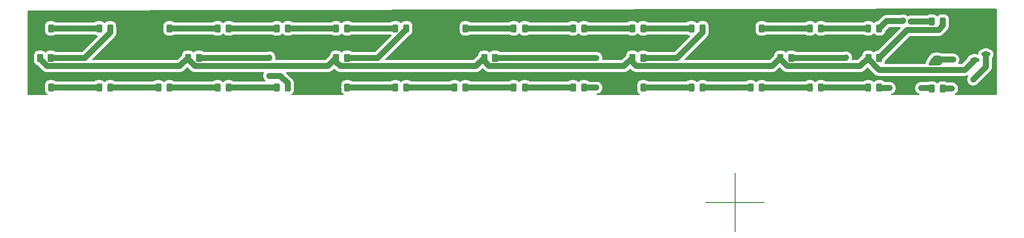
<source format=gbr>
%TF.GenerationSoftware,KiCad,Pcbnew,7.0.8*%
%TF.CreationDate,2024-01-28T00:28:55+08:00*%
%TF.ProjectId,Brake_Light,4272616b-655f-44c6-9967-68742e6b6963,v1.5*%
%TF.SameCoordinates,Original*%
%TF.FileFunction,Copper,L1,Top*%
%TF.FilePolarity,Positive*%
%FSLAX46Y46*%
G04 Gerber Fmt 4.6, Leading zero omitted, Abs format (unit mm)*
G04 Created by KiCad (PCBNEW 7.0.8) date 2024-01-28 00:28:55*
%MOMM*%
%LPD*%
G01*
G04 APERTURE LIST*
G04 Aperture macros list*
%AMRoundRect*
0 Rectangle with rounded corners*
0 $1 Rounding radius*
0 $2 $3 $4 $5 $6 $7 $8 $9 X,Y pos of 4 corners*
0 Add a 4 corners polygon primitive as box body*
4,1,4,$2,$3,$4,$5,$6,$7,$8,$9,$2,$3,0*
0 Add four circle primitives for the rounded corners*
1,1,$1+$1,$2,$3*
1,1,$1+$1,$4,$5*
1,1,$1+$1,$6,$7*
1,1,$1+$1,$8,$9*
0 Add four rect primitives between the rounded corners*
20,1,$1+$1,$2,$3,$4,$5,0*
20,1,$1+$1,$4,$5,$6,$7,0*
20,1,$1+$1,$6,$7,$8,$9,0*
20,1,$1+$1,$8,$9,$2,$3,0*%
G04 Aperture macros list end*
%TA.AperFunction,NonConductor*%
%ADD10C,0.200000*%
%TD*%
%TA.AperFunction,SMDPad,CuDef*%
%ADD11RoundRect,0.250000X-0.262500X-0.450000X0.262500X-0.450000X0.262500X0.450000X-0.262500X0.450000X0*%
%TD*%
%TA.AperFunction,SMDPad,CuDef*%
%ADD12RoundRect,0.243750X-0.243750X-0.456250X0.243750X-0.456250X0.243750X0.456250X-0.243750X0.456250X0*%
%TD*%
%TA.AperFunction,SMDPad,CuDef*%
%ADD13RoundRect,0.150000X-0.587500X-0.150000X0.587500X-0.150000X0.587500X0.150000X-0.587500X0.150000X0*%
%TD*%
%TA.AperFunction,ComponentPad*%
%ADD14RoundRect,0.250000X-0.750000X0.600000X-0.750000X-0.600000X0.750000X-0.600000X0.750000X0.600000X0*%
%TD*%
%TA.AperFunction,ComponentPad*%
%ADD15O,2.000000X1.700000*%
%TD*%
%TA.AperFunction,ViaPad*%
%ADD16C,0.800000*%
%TD*%
%TA.AperFunction,ViaPad*%
%ADD17C,1.000000*%
%TD*%
%TA.AperFunction,Conductor*%
%ADD18C,1.016000*%
%TD*%
%TA.AperFunction,Conductor*%
%ADD19C,0.254000*%
%TD*%
G04 APERTURE END LIST*
D10*
X167132000Y-122995000D02*
X177038000Y-122995000D01*
X172085000Y-118042000D02*
X172085000Y-127948000D01*
D11*
%TO.P,R1,1*%
%TO.N,Net-(Q1-S)*%
X194584500Y-98497000D03*
%TO.P,R1,2*%
%TO.N,Net-(D1-A)*%
X196409500Y-98497000D03*
%TD*%
D12*
%TO.P,D30,1,K*%
%TO.N,/GND*%
X54709500Y-103494000D03*
%TO.P,D30,2,A*%
%TO.N,Net-(D29-K)*%
X56584500Y-103494000D03*
%TD*%
%TO.P,D9,1,K*%
%TO.N,Net-(D10-A)*%
X164709500Y-103494000D03*
%TO.P,D9,2,A*%
%TO.N,Net-(D8-K)*%
X166584500Y-103494000D03*
%TD*%
%TO.P,D32,1,K*%
%TO.N,/GND*%
X54709500Y-93500000D03*
%TO.P,D32,2,A*%
%TO.N,Net-(D31-K)*%
X56584500Y-93500000D03*
%TD*%
%TO.P,D11,1,K*%
%TO.N,Net-(D11-K)*%
X164709500Y-93500000D03*
%TO.P,D11,2,A*%
%TO.N,Net-(D11-A)*%
X166584500Y-93500000D03*
%TD*%
D11*
%TO.P,R6,1*%
%TO.N,Net-(Q1-S)*%
X79734500Y-98497000D03*
%TO.P,R6,2*%
%TO.N,Net-(D26-A)*%
X81559500Y-98497000D03*
%TD*%
D12*
%TO.P,D10,1,K*%
%TO.N,/GND*%
X154709500Y-103494000D03*
%TO.P,D10,2,A*%
%TO.N,Net-(D10-A)*%
X156584500Y-103494000D03*
%TD*%
%TO.P,D7,1,K*%
%TO.N,Net-(D7-K)*%
X184709500Y-103494000D03*
%TO.P,D7,2,A*%
%TO.N,Net-(D6-K)*%
X186584500Y-103494000D03*
%TD*%
D11*
%TO.P,R3,1*%
%TO.N,Net-(Q1-S)*%
X154734500Y-98497000D03*
%TO.P,R3,2*%
%TO.N,Net-(D11-A)*%
X156559500Y-98497000D03*
%TD*%
D12*
%TO.P,D22,1,K*%
%TO.N,Net-(D22-K)*%
X104709500Y-93500000D03*
%TO.P,D22,2,A*%
%TO.N,Net-(D21-K)*%
X106584500Y-93500000D03*
%TD*%
D11*
%TO.P,R5,1*%
%TO.N,Net-(Q1-S)*%
X104734500Y-98497000D03*
%TO.P,R5,2*%
%TO.N,Net-(D21-A)*%
X106559500Y-98497000D03*
%TD*%
D12*
%TO.P,D15,1,K*%
%TO.N,/GND*%
X124709500Y-93500000D03*
%TO.P,D15,2,A*%
%TO.N,Net-(D14-K)*%
X126584500Y-93500000D03*
%TD*%
%TO.P,D17,1,K*%
%TO.N,Net-(D17-K)*%
X134709500Y-103494000D03*
%TO.P,D17,2,A*%
%TO.N,Net-(D16-K)*%
X136584500Y-103494000D03*
%TD*%
%TO.P,D26,1,K*%
%TO.N,Net-(D26-K)*%
X94709500Y-103494000D03*
%TO.P,D26,2,A*%
%TO.N,Net-(D26-A)*%
X96584500Y-103494000D03*
%TD*%
%TO.P,D2,1,K*%
%TO.N,Net-(D2-K)*%
X205282500Y-103690000D03*
%TO.P,D2,2,A*%
%TO.N,Net-(D1-K)*%
X207157500Y-103690000D03*
%TD*%
%TO.P,D25,1,K*%
%TO.N,/GND*%
X74709500Y-93500000D03*
%TO.P,D25,2,A*%
%TO.N,Net-(D24-K)*%
X76584500Y-93500000D03*
%TD*%
%TO.P,D5,1,K*%
%TO.N,/GND*%
X174709500Y-93500000D03*
%TO.P,D5,2,A*%
%TO.N,Net-(D4-K)*%
X176584500Y-93500000D03*
%TD*%
%TO.P,D13,1,K*%
%TO.N,Net-(D13-K)*%
X144709500Y-93500000D03*
%TO.P,D13,2,A*%
%TO.N,Net-(D12-K)*%
X146584500Y-93500000D03*
%TD*%
%TO.P,D29,1,K*%
%TO.N,Net-(D29-K)*%
X64709500Y-103494000D03*
%TO.P,D29,2,A*%
%TO.N,Net-(D28-K)*%
X66584500Y-103494000D03*
%TD*%
%TO.P,D3,1,K*%
%TO.N,Net-(D3-K)*%
X194559500Y-93500000D03*
%TO.P,D3,2,A*%
%TO.N,Net-(D2-K)*%
X196434500Y-93500000D03*
%TD*%
%TO.P,D8,1,K*%
%TO.N,Net-(D8-K)*%
X174709500Y-103494000D03*
%TO.P,D8,2,A*%
%TO.N,Net-(D7-K)*%
X176584500Y-103494000D03*
%TD*%
%TO.P,D23,1,K*%
%TO.N,Net-(D23-K)*%
X94709500Y-93500000D03*
%TO.P,D23,2,A*%
%TO.N,Net-(D22-K)*%
X96584500Y-93500000D03*
%TD*%
%TO.P,D12,1,K*%
%TO.N,Net-(D12-K)*%
X154709500Y-93500000D03*
%TO.P,D12,2,A*%
%TO.N,Net-(D11-K)*%
X156584500Y-93500000D03*
%TD*%
%TO.P,D14,1,K*%
%TO.N,Net-(D14-K)*%
X134709500Y-93500000D03*
%TO.P,D14,2,A*%
%TO.N,Net-(D13-K)*%
X136584500Y-93500000D03*
%TD*%
%TO.P,D4,1,K*%
%TO.N,Net-(D4-K)*%
X184709500Y-93500000D03*
%TO.P,D4,2,A*%
%TO.N,Net-(D3-K)*%
X186584500Y-93500000D03*
%TD*%
%TO.P,D31,1,K*%
%TO.N,Net-(D31-K)*%
X64709500Y-93500000D03*
%TO.P,D31,2,A*%
%TO.N,Net-(D31-A)*%
X66584500Y-93500000D03*
%TD*%
%TO.P,D20,1,K*%
%TO.N,/GND*%
X104709500Y-103494000D03*
%TO.P,D20,2,A*%
%TO.N,Net-(D19-K)*%
X106584500Y-103494000D03*
%TD*%
%TO.P,D21,1,K*%
%TO.N,Net-(D21-K)*%
X114709500Y-93500000D03*
%TO.P,D21,2,A*%
%TO.N,Net-(D21-A)*%
X116584500Y-93500000D03*
%TD*%
%TO.P,D16,1,K*%
%TO.N,Net-(D16-K)*%
X144709500Y-103494000D03*
%TO.P,D16,2,A*%
%TO.N,Net-(D16-A)*%
X146584500Y-103494000D03*
%TD*%
%TO.P,D24,1,K*%
%TO.N,Net-(D24-K)*%
X84709500Y-93500000D03*
%TO.P,D24,2,A*%
%TO.N,Net-(D23-K)*%
X86584500Y-93500000D03*
%TD*%
%TO.P,D19,1,K*%
%TO.N,Net-(D19-K)*%
X114709500Y-103494000D03*
%TO.P,D19,2,A*%
%TO.N,Net-(D18-K)*%
X116584500Y-103494000D03*
%TD*%
%TO.P,D1,1,K*%
%TO.N,Net-(D1-K)*%
X205282500Y-92360000D03*
%TO.P,D1,2,A*%
%TO.N,Net-(D1-A)*%
X207157500Y-92360000D03*
%TD*%
%TO.P,D6,1,K*%
%TO.N,Net-(D6-K)*%
X194559500Y-103494000D03*
%TO.P,D6,2,A*%
%TO.N,Net-(D6-A)*%
X196434500Y-103494000D03*
%TD*%
%TO.P,D18,1,K*%
%TO.N,Net-(D18-K)*%
X124709500Y-103494000D03*
%TO.P,D18,2,A*%
%TO.N,Net-(D17-K)*%
X126584500Y-103494000D03*
%TD*%
%TO.P,D28,1,K*%
%TO.N,Net-(D28-K)*%
X74709500Y-103494000D03*
%TO.P,D28,2,A*%
%TO.N,Net-(D27-K)*%
X76584500Y-103494000D03*
%TD*%
D11*
%TO.P,R2,1*%
%TO.N,Net-(Q1-S)*%
X179734500Y-98497000D03*
%TO.P,R2,2*%
%TO.N,Net-(D6-A)*%
X181559500Y-98497000D03*
%TD*%
D13*
%TO.P,Q1,1,G*%
%TO.N,/GND*%
X212545000Y-96940000D03*
%TO.P,Q1,2,S*%
%TO.N,Net-(Q1-S)*%
X212545000Y-98840000D03*
%TO.P,Q1,3,D*%
%TO.N,/Vcc*%
X214420000Y-97890000D03*
%TD*%
D11*
%TO.P,R4,1*%
%TO.N,Net-(Q1-S)*%
X129734500Y-98497000D03*
%TO.P,R4,2*%
%TO.N,Net-(D16-A)*%
X131559500Y-98497000D03*
%TD*%
%TO.P,R7,1*%
%TO.N,Net-(Q1-S)*%
X54734500Y-98497000D03*
%TO.P,R7,2*%
%TO.N,Net-(D31-A)*%
X56559500Y-98497000D03*
%TD*%
D12*
%TO.P,D27,1,K*%
%TO.N,Net-(D27-K)*%
X84709500Y-103494000D03*
%TO.P,D27,2,A*%
%TO.N,Net-(D26-K)*%
X86584500Y-103494000D03*
%TD*%
D14*
%TO.P,J1,1,Pin_1*%
%TO.N,/GND*%
X206174000Y-96477000D03*
D15*
%TO.P,J1,2,Pin_2*%
%TO.N,/Vcc*%
X206174000Y-98977000D03*
%TD*%
D16*
%TO.N,Net-(D1-K)*%
X201740000Y-92350000D03*
X208710000Y-103700000D03*
%TO.N,Net-(D2-K)*%
X200460000Y-92190000D03*
X203500000Y-103620000D03*
D17*
%TO.N,Net-(D6-A)*%
X190790000Y-98440000D03*
X198200000Y-103610000D03*
%TO.N,Net-(D16-A)*%
X148670000Y-103560000D03*
X148670000Y-98520000D03*
%TO.N,Net-(D26-A)*%
X93430000Y-101540000D03*
X93470000Y-98440000D03*
D16*
%TO.N,/Vcc*%
X212280000Y-102160000D03*
X208910000Y-98790000D03*
%TD*%
D18*
%TO.N,Net-(D1-K)*%
X201750000Y-92360000D02*
X201740000Y-92350000D01*
X207157500Y-103690000D02*
X208700000Y-103690000D01*
X205272500Y-92370000D02*
X205282500Y-92360000D01*
X205282500Y-92360000D02*
X201750000Y-92360000D01*
X208700000Y-103690000D02*
X208710000Y-103700000D01*
%TO.N,Net-(D1-A)*%
X207157500Y-93060000D02*
X206449500Y-93768000D01*
X206449500Y-93768000D02*
X201138500Y-93768000D01*
X201138500Y-93768000D02*
X196409500Y-98497000D01*
X207157500Y-92360000D02*
X207157500Y-93060000D01*
%TO.N,Net-(D3-K)*%
X186584500Y-93500000D02*
X194559500Y-93500000D01*
%TO.N,Net-(D2-K)*%
X200400000Y-92250000D02*
X200460000Y-92190000D01*
X205212500Y-103620000D02*
X205282500Y-103690000D01*
X197684500Y-92250000D02*
X198530000Y-92250000D01*
X196434500Y-93500000D02*
X197684500Y-92250000D01*
X198530000Y-92250000D02*
X200400000Y-92250000D01*
X203500000Y-103620000D02*
X205212500Y-103620000D01*
%TO.N,Net-(D4-K)*%
X176584500Y-93500000D02*
X184709500Y-93500000D01*
%TO.N,Net-(D6-K)*%
X194559500Y-103494000D02*
X186584500Y-103494000D01*
%TO.N,Net-(D7-K)*%
X184709500Y-103494000D02*
X176584500Y-103494000D01*
%TO.N,Net-(D6-A)*%
X198200000Y-103610000D02*
X196550500Y-103610000D01*
X196550500Y-103610000D02*
X196434500Y-103494000D01*
X190733000Y-98497000D02*
X190790000Y-98440000D01*
X181559500Y-98497000D02*
X190733000Y-98497000D01*
%TO.N,Net-(D10-A)*%
X164709500Y-103494000D02*
X156584500Y-103494000D01*
%TO.N,Net-(D8-K)*%
X174709500Y-103494000D02*
X166584500Y-103494000D01*
%TO.N,Net-(D11-K)*%
X156584500Y-93500000D02*
X164709500Y-93500000D01*
%TO.N,Net-(D11-A)*%
X156559500Y-98497000D02*
X162287500Y-98497000D01*
X166584500Y-94200000D02*
X166584500Y-93500000D01*
X162287500Y-98497000D02*
X166584500Y-94200000D01*
%TO.N,Net-(D13-K)*%
X136584500Y-93500000D02*
X144709500Y-93500000D01*
%TO.N,Net-(D12-K)*%
X146584500Y-93500000D02*
X154709500Y-93500000D01*
%TO.N,Net-(D14-K)*%
X126584500Y-93500000D02*
X134709500Y-93500000D01*
%TO.N,Net-(D16-K)*%
X144709500Y-103494000D02*
X136584500Y-103494000D01*
%TO.N,Net-(D17-K)*%
X134709500Y-103494000D02*
X126584500Y-103494000D01*
%TO.N,Net-(D16-A)*%
X148647000Y-98497000D02*
X148670000Y-98520000D01*
D19*
X146558000Y-103467500D02*
X146584500Y-103494000D01*
D18*
X148670000Y-103560000D02*
X146650500Y-103560000D01*
X146610000Y-103468500D02*
X146584500Y-103494000D01*
X131559500Y-98497000D02*
X148647000Y-98497000D01*
X146650500Y-103560000D02*
X146584500Y-103494000D01*
%TO.N,Net-(D19-K)*%
X114709500Y-103494000D02*
X106584500Y-103494000D01*
%TO.N,Net-(D18-K)*%
X124709500Y-103494000D02*
X116584500Y-103494000D01*
%TO.N,Net-(D21-K)*%
X106584500Y-93500000D02*
X114709500Y-93500000D01*
%TO.N,Net-(D21-A)*%
X111758478Y-98497000D02*
X116584500Y-93670978D01*
X116584500Y-93670978D02*
X116584500Y-93500000D01*
X106559500Y-98497000D02*
X111758478Y-98497000D01*
%TO.N,Net-(D23-K)*%
X86584500Y-93500000D02*
X94709500Y-93500000D01*
%TO.N,Net-(D22-K)*%
X96584500Y-93500000D02*
X104709500Y-93500000D01*
%TO.N,Net-(D24-K)*%
X76584500Y-93500000D02*
X84709500Y-93500000D01*
%TO.N,Net-(D26-K)*%
X94709500Y-103494000D02*
X86584500Y-103494000D01*
%TO.N,Net-(D27-K)*%
X84709500Y-103494000D02*
X76584500Y-103494000D01*
%TO.N,Net-(D26-A)*%
X93413000Y-98497000D02*
X93470000Y-98440000D01*
X95330500Y-101540000D02*
X96584500Y-102794000D01*
X93430000Y-101540000D02*
X95330500Y-101540000D01*
D19*
X96520000Y-103429500D02*
X96584500Y-103494000D01*
D18*
X96584500Y-102794000D02*
X96584500Y-103494000D01*
X81559500Y-98497000D02*
X93413000Y-98497000D01*
%TO.N,Net-(D29-K)*%
X64709500Y-103494000D02*
X56584500Y-103494000D01*
%TO.N,Net-(D28-K)*%
X74709500Y-103494000D02*
X66584500Y-103494000D01*
%TO.N,/Vcc*%
X208910000Y-98790000D02*
X206361000Y-98790000D01*
X206378818Y-98977000D02*
X206174000Y-98977000D01*
X214420000Y-100020000D02*
X212280000Y-102160000D01*
X206361000Y-98790000D02*
X206174000Y-98977000D01*
X214420000Y-97890000D02*
X214420000Y-100020000D01*
%TO.N,Net-(D31-K)*%
X56584500Y-93500000D02*
X64709500Y-93500000D01*
%TO.N,Net-(D31-A)*%
X62287500Y-98497000D02*
X66584500Y-94200000D01*
X66584500Y-94200000D02*
X66584500Y-93500000D01*
X56559500Y-98497000D02*
X62287500Y-98497000D01*
%TO.N,Net-(Q1-S)*%
X129734500Y-99074500D02*
X129734500Y-98497000D01*
X179734500Y-98739318D02*
X179734500Y-98497000D01*
X154734500Y-99197000D02*
X154734500Y-98497000D01*
X104734500Y-98497000D02*
X103326500Y-99905000D01*
X128326500Y-99905000D02*
X105442500Y-99905000D01*
X212545000Y-98840000D02*
X210850000Y-100535000D01*
X103326500Y-99905000D02*
X80900182Y-99905000D01*
X196380182Y-100535000D02*
X194584500Y-98739318D01*
X78326500Y-99905000D02*
X55900182Y-99905000D01*
X130565000Y-99905000D02*
X129734500Y-99074500D01*
X80900182Y-99905000D02*
X79734500Y-98739318D01*
X154734500Y-98497000D02*
X153326500Y-99905000D01*
X54734500Y-98739318D02*
X54734500Y-98497000D01*
X193176500Y-99905000D02*
X180900182Y-99905000D01*
X129734500Y-98497000D02*
X128326500Y-99905000D01*
X55900182Y-99905000D02*
X54734500Y-98739318D01*
X105442500Y-99905000D02*
X104734500Y-99197000D01*
X155442500Y-99905000D02*
X154734500Y-99197000D01*
X79734500Y-98497000D02*
X78326500Y-99905000D01*
X194584500Y-98497000D02*
X193176500Y-99905000D01*
X178326500Y-99905000D02*
X155442500Y-99905000D01*
X104734500Y-99197000D02*
X104734500Y-98497000D01*
X79734500Y-98739318D02*
X79734500Y-98497000D01*
X153326500Y-99905000D02*
X130565000Y-99905000D01*
X180900182Y-99905000D02*
X179734500Y-98739318D01*
X210850000Y-100535000D02*
X196380182Y-100535000D01*
X179734500Y-98497000D02*
X178326500Y-99905000D01*
X194584500Y-98739318D02*
X194584500Y-98497000D01*
%TD*%
%TA.AperFunction,Conductor*%
%TO.N,/Vcc*%
G36*
X205247521Y-98654782D02*
G01*
X206169773Y-98975184D01*
X206176463Y-98981136D01*
X206176912Y-98982193D01*
X206472731Y-99785564D01*
X206472374Y-99794512D01*
X206465795Y-99800586D01*
X206465733Y-99800609D01*
X206396115Y-99825802D01*
X206392134Y-99826500D01*
X204785121Y-99826500D01*
X204776848Y-99823073D01*
X204773421Y-99814800D01*
X204773421Y-99400352D01*
X204775195Y-99394157D01*
X205233757Y-98659638D01*
X205241045Y-98654436D01*
X205247521Y-98654782D01*
G37*
%TD.AperFunction*%
%TD*%
%TA.AperFunction,Conductor*%
%TO.N,/GND*%
G36*
X216211252Y-90191279D02*
G01*
X216257119Y-90243985D01*
X216268435Y-90295875D01*
X216252488Y-104668844D01*
X216232729Y-104735861D01*
X216179874Y-104781557D01*
X216129011Y-104792705D01*
X212030000Y-104810000D01*
X209267759Y-104810000D01*
X209200720Y-104790315D01*
X209154965Y-104737511D01*
X209145021Y-104668353D01*
X209174046Y-104604797D01*
X209209306Y-104576642D01*
X209266182Y-104546241D01*
X209273003Y-104542595D01*
X209426568Y-104416568D01*
X209552595Y-104263003D01*
X209600700Y-104173004D01*
X209646238Y-104087809D01*
X209646238Y-104087808D01*
X209646241Y-104087803D01*
X209703908Y-103897701D01*
X209723380Y-103700000D01*
X209703908Y-103502299D01*
X209646241Y-103312196D01*
X209646239Y-103312193D01*
X209646239Y-103312191D01*
X209552598Y-103137002D01*
X209552594Y-103136995D01*
X209458148Y-103021913D01*
X209450310Y-103014076D01*
X209446222Y-103009565D01*
X209416568Y-102973431D01*
X209263005Y-102847405D01*
X209262998Y-102847401D01*
X209087807Y-102753760D01*
X209061724Y-102745847D01*
X208897698Y-102696090D01*
X208724245Y-102679007D01*
X208700000Y-102676620D01*
X208699999Y-102676620D01*
X208653482Y-102681201D01*
X208647402Y-102681500D01*
X207952891Y-102681500D01*
X207885852Y-102661815D01*
X207871699Y-102650410D01*
X207871666Y-102650452D01*
X207865999Y-102645971D01*
X207717933Y-102554642D01*
X207717927Y-102554639D01*
X207717925Y-102554638D01*
X207697301Y-102547804D01*
X207552776Y-102499913D01*
X207450855Y-102489500D01*
X207450848Y-102489500D01*
X206864152Y-102489500D01*
X206864144Y-102489500D01*
X206762223Y-102499913D01*
X206597077Y-102554637D01*
X206597066Y-102554642D01*
X206449000Y-102645971D01*
X206448996Y-102645974D01*
X206325974Y-102768996D01*
X206325971Y-102769000D01*
X206325538Y-102769703D01*
X206325114Y-102770083D01*
X206321493Y-102774664D01*
X206320710Y-102774045D01*
X206273590Y-102816428D01*
X206204628Y-102827649D01*
X206140546Y-102799806D01*
X206118657Y-102774544D01*
X206118507Y-102774664D01*
X206115859Y-102771315D01*
X206114462Y-102769703D01*
X206114028Y-102769000D01*
X206114025Y-102768996D01*
X205991003Y-102645974D01*
X205990999Y-102645971D01*
X205842933Y-102554642D01*
X205842927Y-102554639D01*
X205842925Y-102554638D01*
X205822301Y-102547804D01*
X205677776Y-102499913D01*
X205575855Y-102489500D01*
X205575848Y-102489500D01*
X204989152Y-102489500D01*
X204989144Y-102489500D01*
X204887223Y-102499913D01*
X204722077Y-102554637D01*
X204722070Y-102554640D01*
X204676636Y-102582664D01*
X204659818Y-102593038D01*
X204594722Y-102611500D01*
X203450453Y-102611500D01*
X203413883Y-102615101D01*
X203302300Y-102626091D01*
X203112191Y-102683760D01*
X202937001Y-102777401D01*
X202936994Y-102777405D01*
X202783431Y-102903431D01*
X202657405Y-103056994D01*
X202657401Y-103057001D01*
X202563760Y-103232191D01*
X202506091Y-103422300D01*
X202486620Y-103620000D01*
X202506091Y-103817699D01*
X202563760Y-104007808D01*
X202657401Y-104182998D01*
X202657405Y-104183005D01*
X202783431Y-104336568D01*
X202936994Y-104462594D01*
X202937001Y-104462598D01*
X203112191Y-104556239D01*
X203112193Y-104556239D01*
X203112196Y-104556241D01*
X203148784Y-104567339D01*
X203207222Y-104605637D01*
X203235678Y-104669449D01*
X203225118Y-104738516D01*
X203178894Y-104790910D01*
X203112788Y-104810000D01*
X198554247Y-104810000D01*
X198487208Y-104790315D01*
X198441453Y-104737511D01*
X198431509Y-104668353D01*
X198460534Y-104604797D01*
X198518251Y-104567339D01*
X198587804Y-104546241D01*
X198594624Y-104542596D01*
X198681348Y-104496241D01*
X198763004Y-104452595D01*
X198916568Y-104326568D01*
X199042595Y-104173004D01*
X199135145Y-103999855D01*
X199136239Y-103997808D01*
X199136239Y-103997807D01*
X199136241Y-103997804D01*
X199193908Y-103807701D01*
X199213380Y-103610000D01*
X199193908Y-103412299D01*
X199136241Y-103222196D01*
X199136239Y-103222193D01*
X199136239Y-103222191D01*
X199042598Y-103047001D01*
X199042594Y-103046994D01*
X198916568Y-102893431D01*
X198763005Y-102767405D01*
X198762998Y-102767401D01*
X198587808Y-102673760D01*
X198492752Y-102644925D01*
X198397701Y-102616092D01*
X198397699Y-102616091D01*
X198397701Y-102616091D01*
X198283336Y-102604827D01*
X198249547Y-102601500D01*
X198249544Y-102601500D01*
X197345891Y-102601500D01*
X197278852Y-102581815D01*
X197258210Y-102565181D01*
X197143003Y-102449974D01*
X197142999Y-102449971D01*
X196994933Y-102358642D01*
X196994927Y-102358639D01*
X196994925Y-102358638D01*
X196992097Y-102357701D01*
X196829776Y-102303913D01*
X196727855Y-102293500D01*
X196727848Y-102293500D01*
X196141152Y-102293500D01*
X196141144Y-102293500D01*
X196039223Y-102303913D01*
X195874077Y-102358637D01*
X195874066Y-102358642D01*
X195726000Y-102449971D01*
X195725996Y-102449974D01*
X195602974Y-102572996D01*
X195602971Y-102573000D01*
X195602538Y-102573703D01*
X195602114Y-102574083D01*
X195598493Y-102578664D01*
X195597710Y-102578045D01*
X195550590Y-102620428D01*
X195481628Y-102631649D01*
X195417546Y-102603806D01*
X195395657Y-102578544D01*
X195395507Y-102578664D01*
X195392859Y-102575315D01*
X195391462Y-102573703D01*
X195391028Y-102573000D01*
X195391025Y-102572996D01*
X195268003Y-102449974D01*
X195267999Y-102449971D01*
X195119933Y-102358642D01*
X195119927Y-102358639D01*
X195119925Y-102358638D01*
X195117097Y-102357701D01*
X194954776Y-102303913D01*
X194852855Y-102293500D01*
X194852848Y-102293500D01*
X194266152Y-102293500D01*
X194266144Y-102293500D01*
X194164223Y-102303913D01*
X193999077Y-102358637D01*
X193999066Y-102358642D01*
X193851000Y-102449971D01*
X193845334Y-102454452D01*
X193844369Y-102453232D01*
X193790467Y-102482666D01*
X193764109Y-102485500D01*
X187379891Y-102485500D01*
X187312852Y-102465815D01*
X187298699Y-102454410D01*
X187298666Y-102454452D01*
X187292999Y-102449971D01*
X187144933Y-102358642D01*
X187144927Y-102358639D01*
X187144925Y-102358638D01*
X187142097Y-102357701D01*
X186979776Y-102303913D01*
X186877855Y-102293500D01*
X186877848Y-102293500D01*
X186291152Y-102293500D01*
X186291144Y-102293500D01*
X186189223Y-102303913D01*
X186024077Y-102358637D01*
X186024066Y-102358642D01*
X185876000Y-102449971D01*
X185875996Y-102449974D01*
X185752974Y-102572996D01*
X185752971Y-102573000D01*
X185752538Y-102573703D01*
X185752114Y-102574083D01*
X185748493Y-102578664D01*
X185747710Y-102578045D01*
X185700590Y-102620428D01*
X185631628Y-102631649D01*
X185567546Y-102603806D01*
X185545657Y-102578544D01*
X185545507Y-102578664D01*
X185542859Y-102575315D01*
X185541462Y-102573703D01*
X185541028Y-102573000D01*
X185541025Y-102572996D01*
X185418003Y-102449974D01*
X185417999Y-102449971D01*
X185269933Y-102358642D01*
X185269927Y-102358639D01*
X185269925Y-102358638D01*
X185267097Y-102357701D01*
X185104776Y-102303913D01*
X185002855Y-102293500D01*
X185002848Y-102293500D01*
X184416152Y-102293500D01*
X184416144Y-102293500D01*
X184314223Y-102303913D01*
X184149077Y-102358637D01*
X184149066Y-102358642D01*
X184001000Y-102449971D01*
X183995334Y-102454452D01*
X183994369Y-102453232D01*
X183940467Y-102482666D01*
X183914109Y-102485500D01*
X177379891Y-102485500D01*
X177312852Y-102465815D01*
X177298699Y-102454410D01*
X177298666Y-102454452D01*
X177292999Y-102449971D01*
X177144933Y-102358642D01*
X177144927Y-102358639D01*
X177144925Y-102358638D01*
X177142097Y-102357701D01*
X176979776Y-102303913D01*
X176877855Y-102293500D01*
X176877848Y-102293500D01*
X176291152Y-102293500D01*
X176291144Y-102293500D01*
X176189223Y-102303913D01*
X176024077Y-102358637D01*
X176024066Y-102358642D01*
X175876000Y-102449971D01*
X175875996Y-102449974D01*
X175752974Y-102572996D01*
X175752971Y-102573000D01*
X175752538Y-102573703D01*
X175752114Y-102574083D01*
X175748493Y-102578664D01*
X175747710Y-102578045D01*
X175700590Y-102620428D01*
X175631628Y-102631649D01*
X175567546Y-102603806D01*
X175545657Y-102578544D01*
X175545507Y-102578664D01*
X175542859Y-102575315D01*
X175541462Y-102573703D01*
X175541028Y-102573000D01*
X175541025Y-102572996D01*
X175418003Y-102449974D01*
X175417999Y-102449971D01*
X175269933Y-102358642D01*
X175269927Y-102358639D01*
X175269925Y-102358638D01*
X175267097Y-102357701D01*
X175104776Y-102303913D01*
X175002855Y-102293500D01*
X175002848Y-102293500D01*
X174416152Y-102293500D01*
X174416144Y-102293500D01*
X174314223Y-102303913D01*
X174149077Y-102358637D01*
X174149066Y-102358642D01*
X174001000Y-102449971D01*
X173995334Y-102454452D01*
X173994369Y-102453232D01*
X173940467Y-102482666D01*
X173914109Y-102485500D01*
X167379891Y-102485500D01*
X167312852Y-102465815D01*
X167298699Y-102454410D01*
X167298666Y-102454452D01*
X167292999Y-102449971D01*
X167144933Y-102358642D01*
X167144927Y-102358639D01*
X167144925Y-102358638D01*
X167142097Y-102357701D01*
X166979776Y-102303913D01*
X166877855Y-102293500D01*
X166877848Y-102293500D01*
X166291152Y-102293500D01*
X166291144Y-102293500D01*
X166189223Y-102303913D01*
X166024077Y-102358637D01*
X166024066Y-102358642D01*
X165876000Y-102449971D01*
X165875996Y-102449974D01*
X165752974Y-102572996D01*
X165752971Y-102573000D01*
X165752538Y-102573703D01*
X165752114Y-102574083D01*
X165748493Y-102578664D01*
X165747710Y-102578045D01*
X165700590Y-102620428D01*
X165631628Y-102631649D01*
X165567546Y-102603806D01*
X165545657Y-102578544D01*
X165545507Y-102578664D01*
X165542859Y-102575315D01*
X165541462Y-102573703D01*
X165541028Y-102573000D01*
X165541025Y-102572996D01*
X165418003Y-102449974D01*
X165417999Y-102449971D01*
X165269933Y-102358642D01*
X165269927Y-102358639D01*
X165269925Y-102358638D01*
X165267097Y-102357701D01*
X165104776Y-102303913D01*
X165002855Y-102293500D01*
X165002848Y-102293500D01*
X164416152Y-102293500D01*
X164416144Y-102293500D01*
X164314223Y-102303913D01*
X164149077Y-102358637D01*
X164149066Y-102358642D01*
X164001000Y-102449971D01*
X163995334Y-102454452D01*
X163994369Y-102453232D01*
X163940467Y-102482666D01*
X163914109Y-102485500D01*
X157379891Y-102485500D01*
X157312852Y-102465815D01*
X157298699Y-102454410D01*
X157298666Y-102454452D01*
X157292999Y-102449971D01*
X157144933Y-102358642D01*
X157144927Y-102358639D01*
X157144925Y-102358638D01*
X157142097Y-102357701D01*
X156979776Y-102303913D01*
X156877855Y-102293500D01*
X156877848Y-102293500D01*
X156291152Y-102293500D01*
X156291144Y-102293500D01*
X156189223Y-102303913D01*
X156024077Y-102358637D01*
X156024066Y-102358642D01*
X155876000Y-102449971D01*
X155875996Y-102449974D01*
X155752974Y-102572996D01*
X155752971Y-102573000D01*
X155661642Y-102721066D01*
X155661637Y-102721077D01*
X155606913Y-102886223D01*
X155596500Y-102988144D01*
X155596500Y-103258429D01*
X155591769Y-103290324D01*
X155591780Y-103290327D01*
X155591736Y-103290543D01*
X155591162Y-103294420D01*
X155590591Y-103296299D01*
X155571120Y-103494000D01*
X155590591Y-103691697D01*
X155590591Y-103691699D01*
X155590592Y-103691701D01*
X155591161Y-103693578D01*
X155591736Y-103697456D01*
X155591780Y-103697674D01*
X155591769Y-103697676D01*
X155596500Y-103729571D01*
X155596500Y-103999855D01*
X155606913Y-104101776D01*
X155661637Y-104266922D01*
X155661642Y-104266933D01*
X155752971Y-104414999D01*
X155752974Y-104415003D01*
X155875996Y-104538025D01*
X155876000Y-104538028D01*
X155944795Y-104580462D01*
X155991520Y-104632410D01*
X156002741Y-104701372D01*
X155974898Y-104765454D01*
X155916829Y-104804310D01*
X155879698Y-104810000D01*
X148791633Y-104810000D01*
X148724594Y-104790315D01*
X148678839Y-104737511D01*
X148668895Y-104668353D01*
X148697920Y-104604797D01*
X148756698Y-104567023D01*
X148779477Y-104562597D01*
X148867701Y-104553908D01*
X149057804Y-104496241D01*
X149120752Y-104462595D01*
X149209790Y-104415003D01*
X149233004Y-104402595D01*
X149386568Y-104276568D01*
X149512595Y-104123004D01*
X149606241Y-103947804D01*
X149663908Y-103757701D01*
X149683380Y-103560000D01*
X149663908Y-103362299D01*
X149606241Y-103172196D01*
X149606239Y-103172193D01*
X149606239Y-103172191D01*
X149512598Y-102997001D01*
X149512594Y-102996994D01*
X149386568Y-102843431D01*
X149233005Y-102717405D01*
X149232998Y-102717401D01*
X149057808Y-102623760D01*
X148909145Y-102578664D01*
X148867701Y-102566092D01*
X148867699Y-102566091D01*
X148867701Y-102566091D01*
X148751397Y-102554637D01*
X148719547Y-102551500D01*
X148719544Y-102551500D01*
X147445891Y-102551500D01*
X147378852Y-102531815D01*
X147358210Y-102515181D01*
X147293003Y-102449974D01*
X147292999Y-102449971D01*
X147144933Y-102358642D01*
X147144927Y-102358639D01*
X147144925Y-102358638D01*
X147142097Y-102357701D01*
X146979776Y-102303913D01*
X146877855Y-102293500D01*
X146877848Y-102293500D01*
X146291152Y-102293500D01*
X146291144Y-102293500D01*
X146189223Y-102303913D01*
X146024077Y-102358637D01*
X146024066Y-102358642D01*
X145876000Y-102449971D01*
X145875996Y-102449974D01*
X145752974Y-102572996D01*
X145752971Y-102573000D01*
X145752538Y-102573703D01*
X145752114Y-102574083D01*
X145748493Y-102578664D01*
X145747710Y-102578045D01*
X145700590Y-102620428D01*
X145631628Y-102631649D01*
X145567546Y-102603806D01*
X145545657Y-102578544D01*
X145545507Y-102578664D01*
X145542859Y-102575315D01*
X145541462Y-102573703D01*
X145541028Y-102573000D01*
X145541025Y-102572996D01*
X145418003Y-102449974D01*
X145417999Y-102449971D01*
X145269933Y-102358642D01*
X145269927Y-102358639D01*
X145269925Y-102358638D01*
X145267097Y-102357701D01*
X145104776Y-102303913D01*
X145002855Y-102293500D01*
X145002848Y-102293500D01*
X144416152Y-102293500D01*
X144416144Y-102293500D01*
X144314223Y-102303913D01*
X144149077Y-102358637D01*
X144149066Y-102358642D01*
X144001000Y-102449971D01*
X143995334Y-102454452D01*
X143994369Y-102453232D01*
X143940467Y-102482666D01*
X143914109Y-102485500D01*
X137379891Y-102485500D01*
X137312852Y-102465815D01*
X137298699Y-102454410D01*
X137298666Y-102454452D01*
X137292999Y-102449971D01*
X137144933Y-102358642D01*
X137144927Y-102358639D01*
X137144925Y-102358638D01*
X137142097Y-102357701D01*
X136979776Y-102303913D01*
X136877855Y-102293500D01*
X136877848Y-102293500D01*
X136291152Y-102293500D01*
X136291144Y-102293500D01*
X136189223Y-102303913D01*
X136024077Y-102358637D01*
X136024066Y-102358642D01*
X135876000Y-102449971D01*
X135875996Y-102449974D01*
X135752974Y-102572996D01*
X135752971Y-102573000D01*
X135752538Y-102573703D01*
X135752114Y-102574083D01*
X135748493Y-102578664D01*
X135747710Y-102578045D01*
X135700590Y-102620428D01*
X135631628Y-102631649D01*
X135567546Y-102603806D01*
X135545657Y-102578544D01*
X135545507Y-102578664D01*
X135542859Y-102575315D01*
X135541462Y-102573703D01*
X135541028Y-102573000D01*
X135541025Y-102572996D01*
X135418003Y-102449974D01*
X135417999Y-102449971D01*
X135269933Y-102358642D01*
X135269927Y-102358639D01*
X135269925Y-102358638D01*
X135267097Y-102357701D01*
X135104776Y-102303913D01*
X135002855Y-102293500D01*
X135002848Y-102293500D01*
X134416152Y-102293500D01*
X134416144Y-102293500D01*
X134314223Y-102303913D01*
X134149077Y-102358637D01*
X134149066Y-102358642D01*
X134001000Y-102449971D01*
X133995334Y-102454452D01*
X133994369Y-102453232D01*
X133940467Y-102482666D01*
X133914109Y-102485500D01*
X127379891Y-102485500D01*
X127312852Y-102465815D01*
X127298699Y-102454410D01*
X127298666Y-102454452D01*
X127292999Y-102449971D01*
X127144933Y-102358642D01*
X127144927Y-102358639D01*
X127144925Y-102358638D01*
X127142097Y-102357701D01*
X126979776Y-102303913D01*
X126877855Y-102293500D01*
X126877848Y-102293500D01*
X126291152Y-102293500D01*
X126291144Y-102293500D01*
X126189223Y-102303913D01*
X126024077Y-102358637D01*
X126024066Y-102358642D01*
X125876000Y-102449971D01*
X125875996Y-102449974D01*
X125752974Y-102572996D01*
X125752971Y-102573000D01*
X125752538Y-102573703D01*
X125752114Y-102574083D01*
X125748493Y-102578664D01*
X125747710Y-102578045D01*
X125700590Y-102620428D01*
X125631628Y-102631649D01*
X125567546Y-102603806D01*
X125545657Y-102578544D01*
X125545507Y-102578664D01*
X125542859Y-102575315D01*
X125541462Y-102573703D01*
X125541028Y-102573000D01*
X125541025Y-102572996D01*
X125418003Y-102449974D01*
X125417999Y-102449971D01*
X125269933Y-102358642D01*
X125269927Y-102358639D01*
X125269925Y-102358638D01*
X125267097Y-102357701D01*
X125104776Y-102303913D01*
X125002855Y-102293500D01*
X125002848Y-102293500D01*
X124416152Y-102293500D01*
X124416144Y-102293500D01*
X124314223Y-102303913D01*
X124149077Y-102358637D01*
X124149066Y-102358642D01*
X124001000Y-102449971D01*
X123995334Y-102454452D01*
X123994369Y-102453232D01*
X123940467Y-102482666D01*
X123914109Y-102485500D01*
X117379891Y-102485500D01*
X117312852Y-102465815D01*
X117298699Y-102454410D01*
X117298666Y-102454452D01*
X117292999Y-102449971D01*
X117144933Y-102358642D01*
X117144927Y-102358639D01*
X117144925Y-102358638D01*
X117142097Y-102357701D01*
X116979776Y-102303913D01*
X116877855Y-102293500D01*
X116877848Y-102293500D01*
X116291152Y-102293500D01*
X116291144Y-102293500D01*
X116189223Y-102303913D01*
X116024077Y-102358637D01*
X116024066Y-102358642D01*
X115876000Y-102449971D01*
X115875996Y-102449974D01*
X115752974Y-102572996D01*
X115752971Y-102573000D01*
X115752538Y-102573703D01*
X115752114Y-102574083D01*
X115748493Y-102578664D01*
X115747710Y-102578045D01*
X115700590Y-102620428D01*
X115631628Y-102631649D01*
X115567546Y-102603806D01*
X115545657Y-102578544D01*
X115545507Y-102578664D01*
X115542859Y-102575315D01*
X115541462Y-102573703D01*
X115541028Y-102573000D01*
X115541025Y-102572996D01*
X115418003Y-102449974D01*
X115417999Y-102449971D01*
X115269933Y-102358642D01*
X115269927Y-102358639D01*
X115269925Y-102358638D01*
X115267097Y-102357701D01*
X115104776Y-102303913D01*
X115002855Y-102293500D01*
X115002848Y-102293500D01*
X114416152Y-102293500D01*
X114416144Y-102293500D01*
X114314223Y-102303913D01*
X114149077Y-102358637D01*
X114149066Y-102358642D01*
X114001000Y-102449971D01*
X113995334Y-102454452D01*
X113994369Y-102453232D01*
X113940467Y-102482666D01*
X113914109Y-102485500D01*
X107379891Y-102485500D01*
X107312852Y-102465815D01*
X107298699Y-102454410D01*
X107298666Y-102454452D01*
X107292999Y-102449971D01*
X107144933Y-102358642D01*
X107144927Y-102358639D01*
X107144925Y-102358638D01*
X107142097Y-102357701D01*
X106979776Y-102303913D01*
X106877855Y-102293500D01*
X106877848Y-102293500D01*
X106291152Y-102293500D01*
X106291144Y-102293500D01*
X106189223Y-102303913D01*
X106024077Y-102358637D01*
X106024066Y-102358642D01*
X105876000Y-102449971D01*
X105875996Y-102449974D01*
X105752974Y-102572996D01*
X105752971Y-102573000D01*
X105661642Y-102721066D01*
X105661637Y-102721077D01*
X105606913Y-102886223D01*
X105596500Y-102988144D01*
X105596500Y-103258429D01*
X105591769Y-103290324D01*
X105591780Y-103290327D01*
X105591736Y-103290543D01*
X105591162Y-103294420D01*
X105590591Y-103296299D01*
X105571120Y-103494000D01*
X105590591Y-103691697D01*
X105590591Y-103691699D01*
X105590592Y-103691701D01*
X105591161Y-103693578D01*
X105591736Y-103697456D01*
X105591780Y-103697674D01*
X105591769Y-103697676D01*
X105596500Y-103729571D01*
X105596500Y-103999855D01*
X105606913Y-104101776D01*
X105661637Y-104266922D01*
X105661642Y-104266933D01*
X105752971Y-104414999D01*
X105752974Y-104415003D01*
X105875996Y-104538025D01*
X105876000Y-104538028D01*
X105944795Y-104580462D01*
X105991520Y-104632410D01*
X106002741Y-104701372D01*
X105974898Y-104765454D01*
X105916829Y-104804310D01*
X105879698Y-104810000D01*
X97289302Y-104810000D01*
X97222263Y-104790315D01*
X97176508Y-104737511D01*
X97166564Y-104668353D01*
X97195589Y-104604797D01*
X97224205Y-104580462D01*
X97279684Y-104546241D01*
X97293003Y-104538026D01*
X97416026Y-104415003D01*
X97507362Y-104266925D01*
X97562087Y-104101775D01*
X97572500Y-103999848D01*
X97572500Y-103729571D01*
X97577230Y-103697676D01*
X97577220Y-103697674D01*
X97577263Y-103697456D01*
X97577838Y-103693578D01*
X97578408Y-103691701D01*
X97593000Y-103543547D01*
X97593000Y-102846597D01*
X97593299Y-102840517D01*
X97595671Y-102816428D01*
X97597880Y-102794000D01*
X97578409Y-102596299D01*
X97521184Y-102407659D01*
X97520820Y-102406343D01*
X97427098Y-102231001D01*
X97427094Y-102230994D01*
X97301068Y-102077432D01*
X97264932Y-102047776D01*
X97260430Y-102043696D01*
X96341915Y-101125181D01*
X96308430Y-101063858D01*
X96313414Y-100994166D01*
X96355286Y-100938233D01*
X96420750Y-100913816D01*
X96429596Y-100913500D01*
X103273902Y-100913500D01*
X103279982Y-100913799D01*
X103294011Y-100915180D01*
X103326500Y-100918380D01*
X103524201Y-100898909D01*
X103714304Y-100841241D01*
X103747622Y-100823432D01*
X103889504Y-100747595D01*
X104043068Y-100621568D01*
X104072738Y-100585413D01*
X104076788Y-100580944D01*
X104296821Y-100360911D01*
X104358141Y-100327429D01*
X104427833Y-100332413D01*
X104472180Y-100360914D01*
X104692196Y-100580930D01*
X104696276Y-100585432D01*
X104725929Y-100621565D01*
X104725930Y-100621566D01*
X104725932Y-100621568D01*
X104861348Y-100732701D01*
X104879496Y-100747595D01*
X104879498Y-100747596D01*
X104879502Y-100747599D01*
X105054691Y-100841239D01*
X105054693Y-100841239D01*
X105054696Y-100841241D01*
X105244799Y-100898908D01*
X105244798Y-100898908D01*
X105262524Y-100900653D01*
X105442500Y-100918380D01*
X105476422Y-100915038D01*
X105489015Y-100913799D01*
X105495096Y-100913500D01*
X128273902Y-100913500D01*
X128279982Y-100913799D01*
X128294011Y-100915180D01*
X128326500Y-100918380D01*
X128524201Y-100898909D01*
X128714304Y-100841241D01*
X128747622Y-100823432D01*
X128889504Y-100747595D01*
X129043068Y-100621568D01*
X129072738Y-100585413D01*
X129076788Y-100580944D01*
X129358071Y-100299661D01*
X129419391Y-100266179D01*
X129489083Y-100271163D01*
X129533430Y-100299664D01*
X129814696Y-100580930D01*
X129818776Y-100585432D01*
X129848429Y-100621565D01*
X129848430Y-100621566D01*
X129848432Y-100621568D01*
X129983848Y-100732701D01*
X130001996Y-100747595D01*
X130001998Y-100747596D01*
X130002002Y-100747599D01*
X130177191Y-100841239D01*
X130177193Y-100841239D01*
X130177196Y-100841241D01*
X130367299Y-100898908D01*
X130367298Y-100898908D01*
X130385024Y-100900653D01*
X130565000Y-100918380D01*
X130598922Y-100915038D01*
X130611515Y-100913799D01*
X130617596Y-100913500D01*
X153273902Y-100913500D01*
X153279982Y-100913799D01*
X153294011Y-100915180D01*
X153326500Y-100918380D01*
X153524201Y-100898909D01*
X153714304Y-100841241D01*
X153747622Y-100823432D01*
X153889504Y-100747595D01*
X154043068Y-100621568D01*
X154072738Y-100585413D01*
X154076788Y-100580944D01*
X154296821Y-100360911D01*
X154358141Y-100327429D01*
X154427833Y-100332413D01*
X154472180Y-100360914D01*
X154692196Y-100580930D01*
X154696276Y-100585432D01*
X154725929Y-100621565D01*
X154725930Y-100621566D01*
X154725932Y-100621568D01*
X154861348Y-100732701D01*
X154879496Y-100747595D01*
X154879498Y-100747596D01*
X154879502Y-100747599D01*
X155054691Y-100841239D01*
X155054693Y-100841239D01*
X155054696Y-100841241D01*
X155244799Y-100898908D01*
X155244798Y-100898908D01*
X155262524Y-100900653D01*
X155442500Y-100918380D01*
X155476422Y-100915038D01*
X155489015Y-100913799D01*
X155495096Y-100913500D01*
X178273902Y-100913500D01*
X178279982Y-100913799D01*
X178294011Y-100915180D01*
X178326500Y-100918380D01*
X178524201Y-100898909D01*
X178714304Y-100841241D01*
X178747622Y-100823432D01*
X178889504Y-100747595D01*
X179043068Y-100621568D01*
X179072738Y-100585413D01*
X179076788Y-100580944D01*
X179525663Y-100132070D01*
X179586982Y-100098588D01*
X179656674Y-100103572D01*
X179701021Y-100132073D01*
X180149878Y-100580930D01*
X180153958Y-100585432D01*
X180183611Y-100621565D01*
X180183612Y-100621566D01*
X180183614Y-100621568D01*
X180319030Y-100732701D01*
X180337178Y-100747595D01*
X180337180Y-100747596D01*
X180337184Y-100747599D01*
X180512373Y-100841239D01*
X180512375Y-100841239D01*
X180512378Y-100841241D01*
X180702481Y-100898908D01*
X180702480Y-100898908D01*
X180720206Y-100900653D01*
X180900182Y-100918380D01*
X180934104Y-100915038D01*
X180946697Y-100913799D01*
X180952778Y-100913500D01*
X193123902Y-100913500D01*
X193129982Y-100913799D01*
X193144011Y-100915180D01*
X193176500Y-100918380D01*
X193374201Y-100898909D01*
X193564304Y-100841241D01*
X193597622Y-100823432D01*
X193739504Y-100747595D01*
X193893068Y-100621568D01*
X193922738Y-100585413D01*
X193926788Y-100580944D01*
X194375663Y-100132070D01*
X194436982Y-100098588D01*
X194506674Y-100103572D01*
X194551021Y-100132073D01*
X195629878Y-101210930D01*
X195633956Y-101215430D01*
X195663614Y-101251568D01*
X195817178Y-101377595D01*
X195992378Y-101471241D01*
X196004863Y-101475028D01*
X196036624Y-101484662D01*
X196182477Y-101528908D01*
X196182481Y-101528909D01*
X196380182Y-101548380D01*
X196413664Y-101545082D01*
X196426700Y-101543799D01*
X196432780Y-101543500D01*
X210797402Y-101543500D01*
X210803482Y-101543799D01*
X210817511Y-101545180D01*
X210850000Y-101548380D01*
X211047701Y-101528909D01*
X211237804Y-101471241D01*
X211250833Y-101464276D01*
X211319233Y-101450031D01*
X211384478Y-101475028D01*
X211425852Y-101531331D01*
X211430218Y-101601064D01*
X211418649Y-101632084D01*
X211343758Y-101772196D01*
X211286091Y-101962296D01*
X211266620Y-102160000D01*
X211286091Y-102357703D01*
X211343759Y-102547805D01*
X211437401Y-102722997D01*
X211437406Y-102723004D01*
X211563431Y-102876568D01*
X211666617Y-102961249D01*
X211716997Y-103002595D01*
X211717000Y-103002596D01*
X211717002Y-103002598D01*
X211818770Y-103056994D01*
X211892196Y-103096241D01*
X212082299Y-103153909D01*
X212280000Y-103173380D01*
X212477701Y-103153909D01*
X212667804Y-103096241D01*
X212843003Y-103002595D01*
X212958082Y-102908152D01*
X215095944Y-100770288D01*
X215100413Y-100766238D01*
X215136568Y-100736568D01*
X215262595Y-100583004D01*
X215356241Y-100407804D01*
X215413909Y-100217701D01*
X215433380Y-100020000D01*
X215428799Y-99973481D01*
X215428500Y-99967401D01*
X215428500Y-98590308D01*
X215448185Y-98523269D01*
X215464814Y-98502631D01*
X215525581Y-98441865D01*
X215609244Y-98300398D01*
X215655098Y-98142569D01*
X215658000Y-98105694D01*
X215658000Y-97674306D01*
X215657757Y-97671223D01*
X215655453Y-97641937D01*
X215655098Y-97637431D01*
X215651922Y-97626500D01*
X215609245Y-97479606D01*
X215609244Y-97479603D01*
X215609244Y-97479602D01*
X215525581Y-97338135D01*
X215525579Y-97338133D01*
X215525576Y-97338129D01*
X215409370Y-97221923D01*
X215409362Y-97221917D01*
X215267896Y-97138255D01*
X215267893Y-97138254D01*
X215110073Y-97092402D01*
X215110067Y-97092401D01*
X215081262Y-97090134D01*
X215073196Y-97089500D01*
X215073944Y-97089529D01*
X215007730Y-97067225D01*
X215000151Y-97061477D01*
X214983006Y-97047406D01*
X214983002Y-97047403D01*
X214807808Y-96953760D01*
X214712752Y-96924925D01*
X214617701Y-96896092D01*
X214617699Y-96896091D01*
X214617701Y-96896091D01*
X214420000Y-96876620D01*
X214222300Y-96896091D01*
X214032191Y-96953760D01*
X213856997Y-97047403D01*
X213856994Y-97047405D01*
X213839846Y-97061479D01*
X213775535Y-97088791D01*
X213766058Y-97089529D01*
X213766810Y-97089499D01*
X213729933Y-97092401D01*
X213729926Y-97092402D01*
X213572106Y-97138254D01*
X213572103Y-97138255D01*
X213430637Y-97221917D01*
X213430629Y-97221923D01*
X213314423Y-97338129D01*
X213314417Y-97338137D01*
X213230755Y-97479603D01*
X213230754Y-97479606D01*
X213184902Y-97637426D01*
X213184901Y-97637432D01*
X213182000Y-97674304D01*
X213182000Y-97830075D01*
X213162315Y-97897114D01*
X213109511Y-97942869D01*
X213040353Y-97952813D01*
X212999547Y-97939433D01*
X212932805Y-97903759D01*
X212742703Y-97846091D01*
X212545000Y-97826620D01*
X212347296Y-97846091D01*
X212157194Y-97903759D01*
X211982002Y-97997401D01*
X211981995Y-97997405D01*
X211964847Y-98011479D01*
X211900536Y-98038791D01*
X211891056Y-98039529D01*
X211891803Y-98039500D01*
X211884286Y-98040091D01*
X211854932Y-98042401D01*
X211854926Y-98042402D01*
X211697106Y-98088254D01*
X211697103Y-98088255D01*
X211555637Y-98171917D01*
X211555629Y-98171923D01*
X211439423Y-98288129D01*
X211439417Y-98288137D01*
X211355755Y-98429603D01*
X211355754Y-98429606D01*
X211309902Y-98587426D01*
X211309901Y-98587431D01*
X211308243Y-98608508D01*
X211283358Y-98673796D01*
X211272306Y-98686459D01*
X210468585Y-99490181D01*
X210407262Y-99523666D01*
X210380904Y-99526500D01*
X209866741Y-99526500D01*
X209799702Y-99506815D01*
X209753947Y-99454011D01*
X209744003Y-99384853D01*
X209757383Y-99344047D01*
X209846239Y-99177808D01*
X209846239Y-99177807D01*
X209846241Y-99177804D01*
X209903908Y-98987701D01*
X209923380Y-98790000D01*
X209903908Y-98592299D01*
X209846241Y-98402196D01*
X209846239Y-98402193D01*
X209846239Y-98402191D01*
X209752598Y-98227001D01*
X209752594Y-98226994D01*
X209626568Y-98073431D01*
X209473005Y-97947405D01*
X209472998Y-97947401D01*
X209297808Y-97853760D01*
X209182958Y-97818921D01*
X209107701Y-97796092D01*
X209107699Y-97796091D01*
X209107701Y-97796091D01*
X208993336Y-97784827D01*
X208959547Y-97781500D01*
X208959544Y-97781500D01*
X206983288Y-97781500D01*
X206930883Y-97769882D01*
X206840355Y-97727668D01*
X206787663Y-97703097D01*
X206787659Y-97703096D01*
X206787655Y-97703094D01*
X206559413Y-97641938D01*
X206559403Y-97641936D01*
X206382966Y-97626500D01*
X205965034Y-97626500D01*
X205788596Y-97641936D01*
X205788586Y-97641938D01*
X205560344Y-97703094D01*
X205560335Y-97703098D01*
X205346171Y-97802964D01*
X205346169Y-97802965D01*
X205152597Y-97938505D01*
X204985506Y-98105597D01*
X204985501Y-98105604D01*
X204849965Y-98299168D01*
X204849963Y-98299172D01*
X204814886Y-98374392D01*
X204806906Y-98387938D01*
X204807302Y-98388186D01*
X204346395Y-99126459D01*
X204289228Y-99254994D01*
X204287453Y-99261192D01*
X204275824Y-99344047D01*
X204270097Y-99384853D01*
X204267921Y-99400353D01*
X204267921Y-99402500D01*
X204267723Y-99403171D01*
X204267619Y-99404672D01*
X204267289Y-99404649D01*
X204248236Y-99469539D01*
X204195432Y-99515294D01*
X204143921Y-99526500D01*
X197418517Y-99526500D01*
X197351478Y-99506815D01*
X197305723Y-99454011D01*
X197295779Y-99384853D01*
X197312977Y-99337405D01*
X197356814Y-99266334D01*
X197411999Y-99099797D01*
X197422500Y-98997009D01*
X197422499Y-98961595D01*
X197442182Y-98894558D01*
X197458813Y-98873919D01*
X201519915Y-94812819D01*
X201581238Y-94779334D01*
X201607596Y-94776500D01*
X206396902Y-94776500D01*
X206402982Y-94776799D01*
X206417011Y-94778180D01*
X206449500Y-94781380D01*
X206647201Y-94761909D01*
X206837304Y-94704241D01*
X206863784Y-94690087D01*
X207012504Y-94610595D01*
X207166068Y-94484568D01*
X207195738Y-94448413D01*
X207199788Y-94443944D01*
X207833444Y-93810288D01*
X207837913Y-93806238D01*
X207874068Y-93776568D01*
X208000095Y-93623004D01*
X208085243Y-93463703D01*
X208093739Y-93447808D01*
X208093739Y-93447807D01*
X208093741Y-93447804D01*
X208151408Y-93257701D01*
X208166000Y-93109547D01*
X208170880Y-93060000D01*
X208166299Y-93013483D01*
X208166000Y-93007403D01*
X208166000Y-92310456D01*
X208151408Y-92162299D01*
X208150838Y-92160420D01*
X208150263Y-92156543D01*
X208150220Y-92156327D01*
X208150230Y-92156324D01*
X208145500Y-92124429D01*
X208145500Y-91854157D01*
X208145499Y-91854144D01*
X208142529Y-91825074D01*
X208135087Y-91752225D01*
X208080362Y-91587075D01*
X208080358Y-91587069D01*
X208080357Y-91587066D01*
X207989028Y-91439000D01*
X207989025Y-91438996D01*
X207866003Y-91315974D01*
X207865999Y-91315971D01*
X207717933Y-91224642D01*
X207717927Y-91224639D01*
X207717925Y-91224638D01*
X207717922Y-91224637D01*
X207552776Y-91169913D01*
X207450855Y-91159500D01*
X207450848Y-91159500D01*
X206864152Y-91159500D01*
X206864144Y-91159500D01*
X206762223Y-91169913D01*
X206597077Y-91224637D01*
X206597066Y-91224642D01*
X206449000Y-91315971D01*
X206448996Y-91315974D01*
X206325974Y-91438996D01*
X206325971Y-91439000D01*
X206325538Y-91439703D01*
X206325114Y-91440083D01*
X206321493Y-91444664D01*
X206320710Y-91444045D01*
X206273590Y-91486428D01*
X206204628Y-91497649D01*
X206140546Y-91469806D01*
X206118657Y-91444544D01*
X206118507Y-91444664D01*
X206115859Y-91441315D01*
X206114462Y-91439703D01*
X206114028Y-91439000D01*
X206114025Y-91438996D01*
X205991003Y-91315974D01*
X205990999Y-91315971D01*
X205842933Y-91224642D01*
X205842927Y-91224639D01*
X205842925Y-91224638D01*
X205842922Y-91224637D01*
X205677776Y-91169913D01*
X205575855Y-91159500D01*
X205575848Y-91159500D01*
X204989152Y-91159500D01*
X204989144Y-91159500D01*
X204887223Y-91169913D01*
X204722077Y-91224637D01*
X204722066Y-91224642D01*
X204574000Y-91315971D01*
X204568334Y-91320452D01*
X204567369Y-91319232D01*
X204513467Y-91348666D01*
X204487109Y-91351500D01*
X201894134Y-91351500D01*
X201888054Y-91351201D01*
X201740000Y-91336620D01*
X201542296Y-91356091D01*
X201352196Y-91413758D01*
X201274875Y-91455087D01*
X201206473Y-91469328D01*
X201141229Y-91444327D01*
X201137758Y-91441581D01*
X201023005Y-91347405D01*
X201022998Y-91347401D01*
X200847805Y-91253759D01*
X200657703Y-91196091D01*
X200460000Y-91176620D01*
X200262297Y-91196091D01*
X200130212Y-91236160D01*
X200094216Y-91241500D01*
X197737098Y-91241500D01*
X197731018Y-91241201D01*
X197684500Y-91236620D01*
X197486798Y-91256091D01*
X197376667Y-91289500D01*
X197296691Y-91313760D01*
X197121501Y-91407401D01*
X197121494Y-91407405D01*
X196967931Y-91533432D01*
X196938275Y-91569567D01*
X196934187Y-91574077D01*
X196245085Y-92263181D01*
X196183762Y-92296666D01*
X196157404Y-92299500D01*
X196141144Y-92299500D01*
X196039223Y-92309913D01*
X195874077Y-92364637D01*
X195874066Y-92364642D01*
X195726000Y-92455971D01*
X195725996Y-92455974D01*
X195602974Y-92578996D01*
X195602971Y-92579000D01*
X195602538Y-92579703D01*
X195602114Y-92580083D01*
X195598493Y-92584664D01*
X195597710Y-92584045D01*
X195550590Y-92626428D01*
X195481628Y-92637649D01*
X195417546Y-92609806D01*
X195395657Y-92584544D01*
X195395507Y-92584664D01*
X195392859Y-92581315D01*
X195391462Y-92579703D01*
X195391028Y-92579000D01*
X195391025Y-92578996D01*
X195268003Y-92455974D01*
X195267999Y-92455971D01*
X195119933Y-92364642D01*
X195119927Y-92364639D01*
X195119925Y-92364638D01*
X195119922Y-92364637D01*
X194954776Y-92309913D01*
X194852855Y-92299500D01*
X194852848Y-92299500D01*
X194266152Y-92299500D01*
X194266144Y-92299500D01*
X194164223Y-92309913D01*
X193999077Y-92364637D01*
X193999066Y-92364642D01*
X193851000Y-92455971D01*
X193845334Y-92460452D01*
X193844369Y-92459232D01*
X193790467Y-92488666D01*
X193764109Y-92491500D01*
X187379891Y-92491500D01*
X187312852Y-92471815D01*
X187298699Y-92460410D01*
X187298666Y-92460452D01*
X187292999Y-92455971D01*
X187144933Y-92364642D01*
X187144927Y-92364639D01*
X187144925Y-92364638D01*
X187144922Y-92364637D01*
X186979776Y-92309913D01*
X186877855Y-92299500D01*
X186877848Y-92299500D01*
X186291152Y-92299500D01*
X186291144Y-92299500D01*
X186189223Y-92309913D01*
X186024077Y-92364637D01*
X186024066Y-92364642D01*
X185876000Y-92455971D01*
X185875996Y-92455974D01*
X185752974Y-92578996D01*
X185752971Y-92579000D01*
X185752538Y-92579703D01*
X185752114Y-92580083D01*
X185748493Y-92584664D01*
X185747710Y-92584045D01*
X185700590Y-92626428D01*
X185631628Y-92637649D01*
X185567546Y-92609806D01*
X185545657Y-92584544D01*
X185545507Y-92584664D01*
X185542859Y-92581315D01*
X185541462Y-92579703D01*
X185541028Y-92579000D01*
X185541025Y-92578996D01*
X185418003Y-92455974D01*
X185417999Y-92455971D01*
X185269933Y-92364642D01*
X185269927Y-92364639D01*
X185269925Y-92364638D01*
X185269922Y-92364637D01*
X185104776Y-92309913D01*
X185002855Y-92299500D01*
X185002848Y-92299500D01*
X184416152Y-92299500D01*
X184416144Y-92299500D01*
X184314223Y-92309913D01*
X184149077Y-92364637D01*
X184149066Y-92364642D01*
X184001000Y-92455971D01*
X183995334Y-92460452D01*
X183994369Y-92459232D01*
X183940467Y-92488666D01*
X183914109Y-92491500D01*
X177379891Y-92491500D01*
X177312852Y-92471815D01*
X177298699Y-92460410D01*
X177298666Y-92460452D01*
X177292999Y-92455971D01*
X177144933Y-92364642D01*
X177144927Y-92364639D01*
X177144925Y-92364638D01*
X177144922Y-92364637D01*
X176979776Y-92309913D01*
X176877855Y-92299500D01*
X176877848Y-92299500D01*
X176291152Y-92299500D01*
X176291144Y-92299500D01*
X176189223Y-92309913D01*
X176024077Y-92364637D01*
X176024066Y-92364642D01*
X175876000Y-92455971D01*
X175875996Y-92455974D01*
X175752974Y-92578996D01*
X175752971Y-92579000D01*
X175661642Y-92727066D01*
X175661637Y-92727077D01*
X175606913Y-92892223D01*
X175596500Y-92994144D01*
X175596500Y-93264429D01*
X175591769Y-93296324D01*
X175591780Y-93296327D01*
X175591736Y-93296543D01*
X175591162Y-93300420D01*
X175590591Y-93302299D01*
X175571120Y-93500000D01*
X175590591Y-93697697D01*
X175590591Y-93697699D01*
X175590592Y-93697701D01*
X175591161Y-93699578D01*
X175591736Y-93703456D01*
X175591780Y-93703674D01*
X175591769Y-93703676D01*
X175596500Y-93735571D01*
X175596500Y-94005855D01*
X175606913Y-94107776D01*
X175661637Y-94272922D01*
X175661642Y-94272933D01*
X175752971Y-94420999D01*
X175752974Y-94421003D01*
X175875996Y-94544025D01*
X175876000Y-94544028D01*
X176024066Y-94635357D01*
X176024069Y-94635358D01*
X176024075Y-94635362D01*
X176189225Y-94690087D01*
X176291152Y-94700500D01*
X176291157Y-94700500D01*
X176877843Y-94700500D01*
X176877848Y-94700500D01*
X176979775Y-94690087D01*
X177144925Y-94635362D01*
X177293003Y-94544026D01*
X177293008Y-94544020D01*
X177298666Y-94539548D01*
X177299630Y-94540767D01*
X177353533Y-94511334D01*
X177379891Y-94508500D01*
X183914109Y-94508500D01*
X183981148Y-94528185D01*
X183995300Y-94539589D01*
X183995334Y-94539548D01*
X184001000Y-94544028D01*
X184149066Y-94635357D01*
X184149069Y-94635358D01*
X184149075Y-94635362D01*
X184314225Y-94690087D01*
X184416152Y-94700500D01*
X184416157Y-94700500D01*
X185002843Y-94700500D01*
X185002848Y-94700500D01*
X185104775Y-94690087D01*
X185269925Y-94635362D01*
X185418003Y-94544026D01*
X185541026Y-94421003D01*
X185541458Y-94420301D01*
X185541881Y-94419921D01*
X185545507Y-94415336D01*
X185546290Y-94415955D01*
X185593402Y-94373575D01*
X185662364Y-94362349D01*
X185726448Y-94390188D01*
X185748342Y-94415455D01*
X185748493Y-94415336D01*
X185751143Y-94418687D01*
X185752540Y-94420299D01*
X185752972Y-94420999D01*
X185752975Y-94421004D01*
X185875996Y-94544025D01*
X185876000Y-94544028D01*
X186024066Y-94635357D01*
X186024069Y-94635358D01*
X186024075Y-94635362D01*
X186189225Y-94690087D01*
X186291152Y-94700500D01*
X186291157Y-94700500D01*
X186877843Y-94700500D01*
X186877848Y-94700500D01*
X186979775Y-94690087D01*
X187144925Y-94635362D01*
X187293003Y-94544026D01*
X187293008Y-94544020D01*
X187298666Y-94539548D01*
X187299630Y-94540767D01*
X187353533Y-94511334D01*
X187379891Y-94508500D01*
X193764109Y-94508500D01*
X193831148Y-94528185D01*
X193845300Y-94539589D01*
X193845334Y-94539548D01*
X193851000Y-94544028D01*
X193999066Y-94635357D01*
X193999069Y-94635358D01*
X193999075Y-94635362D01*
X194164225Y-94690087D01*
X194266152Y-94700500D01*
X194266157Y-94700500D01*
X194852843Y-94700500D01*
X194852848Y-94700500D01*
X194954775Y-94690087D01*
X195119925Y-94635362D01*
X195268003Y-94544026D01*
X195391026Y-94421003D01*
X195391458Y-94420301D01*
X195391881Y-94419921D01*
X195395507Y-94415336D01*
X195396290Y-94415955D01*
X195443402Y-94373575D01*
X195512364Y-94362349D01*
X195576448Y-94390188D01*
X195598342Y-94415455D01*
X195598493Y-94415336D01*
X195601143Y-94418687D01*
X195602540Y-94420299D01*
X195602972Y-94420999D01*
X195602975Y-94421004D01*
X195725996Y-94544025D01*
X195726000Y-94544028D01*
X195874066Y-94635357D01*
X195874069Y-94635358D01*
X195874075Y-94635362D01*
X196039225Y-94690087D01*
X196141152Y-94700500D01*
X196141157Y-94700500D01*
X196727843Y-94700500D01*
X196727848Y-94700500D01*
X196829775Y-94690087D01*
X196994925Y-94635362D01*
X197143003Y-94544026D01*
X197266026Y-94421003D01*
X197357362Y-94272925D01*
X197412087Y-94107775D01*
X197422500Y-94005848D01*
X197422500Y-93989596D01*
X197442185Y-93922557D01*
X197458819Y-93901915D01*
X198065915Y-93294819D01*
X198127238Y-93261334D01*
X198153596Y-93258500D01*
X198480453Y-93258500D01*
X199922404Y-93258500D01*
X199989443Y-93278185D01*
X200035198Y-93330989D01*
X200045142Y-93400147D01*
X200016117Y-93463703D01*
X200010085Y-93470181D01*
X196220083Y-97260181D01*
X196158760Y-97293666D01*
X196132405Y-97296500D01*
X196097000Y-97296500D01*
X196096980Y-97296501D01*
X195994203Y-97307000D01*
X195994200Y-97307001D01*
X195827668Y-97362185D01*
X195827663Y-97362187D01*
X195678342Y-97454289D01*
X195584681Y-97547951D01*
X195523358Y-97581436D01*
X195453666Y-97576452D01*
X195409319Y-97547951D01*
X195315657Y-97454289D01*
X195315656Y-97454288D01*
X195166334Y-97362186D01*
X194999797Y-97307001D01*
X194999795Y-97307000D01*
X194897010Y-97296500D01*
X194271998Y-97296500D01*
X194271980Y-97296501D01*
X194169203Y-97307000D01*
X194169200Y-97307001D01*
X194002668Y-97362185D01*
X194002663Y-97362187D01*
X193853342Y-97454289D01*
X193729289Y-97578342D01*
X193637187Y-97727663D01*
X193637186Y-97727666D01*
X193582001Y-97894203D01*
X193582001Y-97894204D01*
X193582000Y-97894204D01*
X193571500Y-97996983D01*
X193571500Y-98032403D01*
X193551815Y-98099442D01*
X193535181Y-98120084D01*
X192795085Y-98860181D01*
X192733762Y-98893666D01*
X192707404Y-98896500D01*
X191872597Y-98896500D01*
X191805558Y-98876815D01*
X191759803Y-98824011D01*
X191749859Y-98754853D01*
X191753936Y-98736505D01*
X191753937Y-98736502D01*
X191783908Y-98637701D01*
X191803380Y-98440000D01*
X191783908Y-98242299D01*
X191726241Y-98052197D01*
X191726238Y-98052193D01*
X191726238Y-98052190D01*
X191632596Y-97876998D01*
X191632593Y-97876995D01*
X191603806Y-97841918D01*
X191586704Y-97821078D01*
X191506568Y-97723431D01*
X191353004Y-97597406D01*
X191353001Y-97597403D01*
X191177809Y-97503761D01*
X191177803Y-97503759D01*
X190987701Y-97446092D01*
X190987699Y-97446091D01*
X190987697Y-97446091D01*
X190790000Y-97426620D01*
X190592300Y-97446091D01*
X190470098Y-97483161D01*
X190434103Y-97488500D01*
X182376230Y-97488500D01*
X182309191Y-97468815D01*
X182296475Y-97458568D01*
X182296319Y-97458766D01*
X182290658Y-97454290D01*
X182290656Y-97454288D01*
X182141334Y-97362186D01*
X181974797Y-97307001D01*
X181974795Y-97307000D01*
X181872010Y-97296500D01*
X181246998Y-97296500D01*
X181246980Y-97296501D01*
X181144203Y-97307000D01*
X181144200Y-97307001D01*
X180977668Y-97362185D01*
X180977663Y-97362187D01*
X180828342Y-97454289D01*
X180734681Y-97547951D01*
X180673358Y-97581436D01*
X180603666Y-97576452D01*
X180559319Y-97547951D01*
X180465657Y-97454289D01*
X180465656Y-97454288D01*
X180316334Y-97362186D01*
X180149797Y-97307001D01*
X180149795Y-97307000D01*
X180047010Y-97296500D01*
X179421998Y-97296500D01*
X179421980Y-97296501D01*
X179319203Y-97307000D01*
X179319200Y-97307001D01*
X179152668Y-97362185D01*
X179152663Y-97362187D01*
X179003342Y-97454289D01*
X178879289Y-97578342D01*
X178787187Y-97727663D01*
X178787186Y-97727666D01*
X178732001Y-97894203D01*
X178732001Y-97894204D01*
X178732000Y-97894204D01*
X178721500Y-97996983D01*
X178721500Y-98032403D01*
X178701815Y-98099442D01*
X178685181Y-98120084D01*
X177945085Y-98860181D01*
X177883762Y-98893666D01*
X177857404Y-98896500D01*
X163613596Y-98896500D01*
X163546557Y-98876815D01*
X163500802Y-98824011D01*
X163490858Y-98754853D01*
X163519883Y-98691297D01*
X163525915Y-98684819D01*
X164137303Y-98073431D01*
X167260444Y-94950288D01*
X167264913Y-94946238D01*
X167301068Y-94916568D01*
X167427095Y-94763004D01*
X167495321Y-94635362D01*
X167520739Y-94587808D01*
X167520739Y-94587807D01*
X167520741Y-94587804D01*
X167563732Y-94446082D01*
X167578409Y-94397700D01*
X167597880Y-94200000D01*
X167593299Y-94153481D01*
X167593000Y-94147401D01*
X167593000Y-93450456D01*
X167578408Y-93302299D01*
X167577838Y-93300420D01*
X167577263Y-93296543D01*
X167577220Y-93296327D01*
X167577230Y-93296324D01*
X167572500Y-93264429D01*
X167572500Y-92994157D01*
X167572499Y-92994144D01*
X167562087Y-92892225D01*
X167507362Y-92727075D01*
X167507358Y-92727069D01*
X167507357Y-92727066D01*
X167416028Y-92579000D01*
X167416025Y-92578996D01*
X167293003Y-92455974D01*
X167292999Y-92455971D01*
X167144933Y-92364642D01*
X167144927Y-92364639D01*
X167144925Y-92364638D01*
X167144922Y-92364637D01*
X166979776Y-92309913D01*
X166877855Y-92299500D01*
X166877848Y-92299500D01*
X166291152Y-92299500D01*
X166291144Y-92299500D01*
X166189223Y-92309913D01*
X166024077Y-92364637D01*
X166024066Y-92364642D01*
X165876000Y-92455971D01*
X165875996Y-92455974D01*
X165752974Y-92578996D01*
X165752971Y-92579000D01*
X165752538Y-92579703D01*
X165752114Y-92580083D01*
X165748493Y-92584664D01*
X165747710Y-92584045D01*
X165700590Y-92626428D01*
X165631628Y-92637649D01*
X165567546Y-92609806D01*
X165545657Y-92584544D01*
X165545507Y-92584664D01*
X165542859Y-92581315D01*
X165541462Y-92579703D01*
X165541028Y-92579000D01*
X165541025Y-92578996D01*
X165418003Y-92455974D01*
X165417999Y-92455971D01*
X165269933Y-92364642D01*
X165269927Y-92364639D01*
X165269925Y-92364638D01*
X165269922Y-92364637D01*
X165104776Y-92309913D01*
X165002855Y-92299500D01*
X165002848Y-92299500D01*
X164416152Y-92299500D01*
X164416144Y-92299500D01*
X164314223Y-92309913D01*
X164149077Y-92364637D01*
X164149066Y-92364642D01*
X164001000Y-92455971D01*
X163995334Y-92460452D01*
X163994369Y-92459232D01*
X163940467Y-92488666D01*
X163914109Y-92491500D01*
X157379891Y-92491500D01*
X157312852Y-92471815D01*
X157298699Y-92460410D01*
X157298666Y-92460452D01*
X157292999Y-92455971D01*
X157144933Y-92364642D01*
X157144927Y-92364639D01*
X157144925Y-92364638D01*
X157144922Y-92364637D01*
X156979776Y-92309913D01*
X156877855Y-92299500D01*
X156877848Y-92299500D01*
X156291152Y-92299500D01*
X156291144Y-92299500D01*
X156189223Y-92309913D01*
X156024077Y-92364637D01*
X156024066Y-92364642D01*
X155876000Y-92455971D01*
X155875996Y-92455974D01*
X155752974Y-92578996D01*
X155752971Y-92579000D01*
X155752538Y-92579703D01*
X155752114Y-92580083D01*
X155748493Y-92584664D01*
X155747710Y-92584045D01*
X155700590Y-92626428D01*
X155631628Y-92637649D01*
X155567546Y-92609806D01*
X155545657Y-92584544D01*
X155545507Y-92584664D01*
X155542859Y-92581315D01*
X155541462Y-92579703D01*
X155541028Y-92579000D01*
X155541025Y-92578996D01*
X155418003Y-92455974D01*
X155417999Y-92455971D01*
X155269933Y-92364642D01*
X155269927Y-92364639D01*
X155269925Y-92364638D01*
X155269922Y-92364637D01*
X155104776Y-92309913D01*
X155002855Y-92299500D01*
X155002848Y-92299500D01*
X154416152Y-92299500D01*
X154416144Y-92299500D01*
X154314223Y-92309913D01*
X154149077Y-92364637D01*
X154149066Y-92364642D01*
X154001000Y-92455971D01*
X153995334Y-92460452D01*
X153994369Y-92459232D01*
X153940467Y-92488666D01*
X153914109Y-92491500D01*
X147379891Y-92491500D01*
X147312852Y-92471815D01*
X147298699Y-92460410D01*
X147298666Y-92460452D01*
X147292999Y-92455971D01*
X147144933Y-92364642D01*
X147144927Y-92364639D01*
X147144925Y-92364638D01*
X147144922Y-92364637D01*
X146979776Y-92309913D01*
X146877855Y-92299500D01*
X146877848Y-92299500D01*
X146291152Y-92299500D01*
X146291144Y-92299500D01*
X146189223Y-92309913D01*
X146024077Y-92364637D01*
X146024066Y-92364642D01*
X145876000Y-92455971D01*
X145875996Y-92455974D01*
X145752974Y-92578996D01*
X145752971Y-92579000D01*
X145752538Y-92579703D01*
X145752114Y-92580083D01*
X145748493Y-92584664D01*
X145747710Y-92584045D01*
X145700590Y-92626428D01*
X145631628Y-92637649D01*
X145567546Y-92609806D01*
X145545657Y-92584544D01*
X145545507Y-92584664D01*
X145542859Y-92581315D01*
X145541462Y-92579703D01*
X145541028Y-92579000D01*
X145541025Y-92578996D01*
X145418003Y-92455974D01*
X145417999Y-92455971D01*
X145269933Y-92364642D01*
X145269927Y-92364639D01*
X145269925Y-92364638D01*
X145269922Y-92364637D01*
X145104776Y-92309913D01*
X145002855Y-92299500D01*
X145002848Y-92299500D01*
X144416152Y-92299500D01*
X144416144Y-92299500D01*
X144314223Y-92309913D01*
X144149077Y-92364637D01*
X144149066Y-92364642D01*
X144001000Y-92455971D01*
X143995334Y-92460452D01*
X143994369Y-92459232D01*
X143940467Y-92488666D01*
X143914109Y-92491500D01*
X137379891Y-92491500D01*
X137312852Y-92471815D01*
X137298699Y-92460410D01*
X137298666Y-92460452D01*
X137292999Y-92455971D01*
X137144933Y-92364642D01*
X137144927Y-92364639D01*
X137144925Y-92364638D01*
X137144922Y-92364637D01*
X136979776Y-92309913D01*
X136877855Y-92299500D01*
X136877848Y-92299500D01*
X136291152Y-92299500D01*
X136291144Y-92299500D01*
X136189223Y-92309913D01*
X136024077Y-92364637D01*
X136024066Y-92364642D01*
X135876000Y-92455971D01*
X135875996Y-92455974D01*
X135752974Y-92578996D01*
X135752971Y-92579000D01*
X135752538Y-92579703D01*
X135752114Y-92580083D01*
X135748493Y-92584664D01*
X135747710Y-92584045D01*
X135700590Y-92626428D01*
X135631628Y-92637649D01*
X135567546Y-92609806D01*
X135545657Y-92584544D01*
X135545507Y-92584664D01*
X135542859Y-92581315D01*
X135541462Y-92579703D01*
X135541028Y-92579000D01*
X135541025Y-92578996D01*
X135418003Y-92455974D01*
X135417999Y-92455971D01*
X135269933Y-92364642D01*
X135269927Y-92364639D01*
X135269925Y-92364638D01*
X135269922Y-92364637D01*
X135104776Y-92309913D01*
X135002855Y-92299500D01*
X135002848Y-92299500D01*
X134416152Y-92299500D01*
X134416144Y-92299500D01*
X134314223Y-92309913D01*
X134149077Y-92364637D01*
X134149066Y-92364642D01*
X134001000Y-92455971D01*
X133995334Y-92460452D01*
X133994369Y-92459232D01*
X133940467Y-92488666D01*
X133914109Y-92491500D01*
X127379891Y-92491500D01*
X127312852Y-92471815D01*
X127298699Y-92460410D01*
X127298666Y-92460452D01*
X127292999Y-92455971D01*
X127144933Y-92364642D01*
X127144927Y-92364639D01*
X127144925Y-92364638D01*
X127144922Y-92364637D01*
X126979776Y-92309913D01*
X126877855Y-92299500D01*
X126877848Y-92299500D01*
X126291152Y-92299500D01*
X126291144Y-92299500D01*
X126189223Y-92309913D01*
X126024077Y-92364637D01*
X126024066Y-92364642D01*
X125876000Y-92455971D01*
X125875996Y-92455974D01*
X125752974Y-92578996D01*
X125752971Y-92579000D01*
X125661642Y-92727066D01*
X125661637Y-92727077D01*
X125606913Y-92892223D01*
X125596500Y-92994144D01*
X125596500Y-93264429D01*
X125591769Y-93296324D01*
X125591780Y-93296327D01*
X125591736Y-93296543D01*
X125591162Y-93300420D01*
X125590591Y-93302299D01*
X125571120Y-93500000D01*
X125590591Y-93697697D01*
X125590591Y-93697699D01*
X125590592Y-93697701D01*
X125591161Y-93699578D01*
X125591736Y-93703456D01*
X125591780Y-93703674D01*
X125591769Y-93703676D01*
X125596500Y-93735571D01*
X125596500Y-94005855D01*
X125606913Y-94107776D01*
X125661637Y-94272922D01*
X125661642Y-94272933D01*
X125752971Y-94420999D01*
X125752974Y-94421003D01*
X125875996Y-94544025D01*
X125876000Y-94544028D01*
X126024066Y-94635357D01*
X126024069Y-94635358D01*
X126024075Y-94635362D01*
X126189225Y-94690087D01*
X126291152Y-94700500D01*
X126291157Y-94700500D01*
X126877843Y-94700500D01*
X126877848Y-94700500D01*
X126979775Y-94690087D01*
X127144925Y-94635362D01*
X127293003Y-94544026D01*
X127293008Y-94544020D01*
X127298666Y-94539548D01*
X127299630Y-94540767D01*
X127353533Y-94511334D01*
X127379891Y-94508500D01*
X133914109Y-94508500D01*
X133981148Y-94528185D01*
X133995300Y-94539589D01*
X133995334Y-94539548D01*
X134001000Y-94544028D01*
X134149066Y-94635357D01*
X134149069Y-94635358D01*
X134149075Y-94635362D01*
X134314225Y-94690087D01*
X134416152Y-94700500D01*
X134416157Y-94700500D01*
X135002843Y-94700500D01*
X135002848Y-94700500D01*
X135104775Y-94690087D01*
X135269925Y-94635362D01*
X135418003Y-94544026D01*
X135541026Y-94421003D01*
X135541458Y-94420301D01*
X135541881Y-94419921D01*
X135545507Y-94415336D01*
X135546290Y-94415955D01*
X135593402Y-94373575D01*
X135662364Y-94362349D01*
X135726448Y-94390188D01*
X135748342Y-94415455D01*
X135748493Y-94415336D01*
X135751143Y-94418687D01*
X135752540Y-94420299D01*
X135752972Y-94420999D01*
X135752975Y-94421004D01*
X135875996Y-94544025D01*
X135876000Y-94544028D01*
X136024066Y-94635357D01*
X136024069Y-94635358D01*
X136024075Y-94635362D01*
X136189225Y-94690087D01*
X136291152Y-94700500D01*
X136291157Y-94700500D01*
X136877843Y-94700500D01*
X136877848Y-94700500D01*
X136979775Y-94690087D01*
X137144925Y-94635362D01*
X137293003Y-94544026D01*
X137293008Y-94544020D01*
X137298666Y-94539548D01*
X137299630Y-94540767D01*
X137353533Y-94511334D01*
X137379891Y-94508500D01*
X143914109Y-94508500D01*
X143981148Y-94528185D01*
X143995300Y-94539589D01*
X143995334Y-94539548D01*
X144001000Y-94544028D01*
X144149066Y-94635357D01*
X144149069Y-94635358D01*
X144149075Y-94635362D01*
X144314225Y-94690087D01*
X144416152Y-94700500D01*
X144416157Y-94700500D01*
X145002843Y-94700500D01*
X145002848Y-94700500D01*
X145104775Y-94690087D01*
X145269925Y-94635362D01*
X145418003Y-94544026D01*
X145541026Y-94421003D01*
X145541458Y-94420301D01*
X145541881Y-94419921D01*
X145545507Y-94415336D01*
X145546290Y-94415955D01*
X145593402Y-94373575D01*
X145662364Y-94362349D01*
X145726448Y-94390188D01*
X145748342Y-94415455D01*
X145748493Y-94415336D01*
X145751143Y-94418687D01*
X145752540Y-94420299D01*
X145752972Y-94420999D01*
X145752975Y-94421004D01*
X145875996Y-94544025D01*
X145876000Y-94544028D01*
X146024066Y-94635357D01*
X146024069Y-94635358D01*
X146024075Y-94635362D01*
X146189225Y-94690087D01*
X146291152Y-94700500D01*
X146291157Y-94700500D01*
X146877843Y-94700500D01*
X146877848Y-94700500D01*
X146979775Y-94690087D01*
X147144925Y-94635362D01*
X147293003Y-94544026D01*
X147293008Y-94544020D01*
X147298666Y-94539548D01*
X147299630Y-94540767D01*
X147353533Y-94511334D01*
X147379891Y-94508500D01*
X153914109Y-94508500D01*
X153981148Y-94528185D01*
X153995300Y-94539589D01*
X153995334Y-94539548D01*
X154001000Y-94544028D01*
X154149066Y-94635357D01*
X154149069Y-94635358D01*
X154149075Y-94635362D01*
X154314225Y-94690087D01*
X154416152Y-94700500D01*
X154416157Y-94700500D01*
X155002843Y-94700500D01*
X155002848Y-94700500D01*
X155104775Y-94690087D01*
X155269925Y-94635362D01*
X155418003Y-94544026D01*
X155541026Y-94421003D01*
X155541458Y-94420301D01*
X155541881Y-94419921D01*
X155545507Y-94415336D01*
X155546290Y-94415955D01*
X155593402Y-94373575D01*
X155662364Y-94362349D01*
X155726448Y-94390188D01*
X155748342Y-94415455D01*
X155748493Y-94415336D01*
X155751143Y-94418687D01*
X155752540Y-94420299D01*
X155752972Y-94420999D01*
X155752975Y-94421004D01*
X155875996Y-94544025D01*
X155876000Y-94544028D01*
X156024066Y-94635357D01*
X156024069Y-94635358D01*
X156024075Y-94635362D01*
X156189225Y-94690087D01*
X156291152Y-94700500D01*
X156291157Y-94700500D01*
X156877843Y-94700500D01*
X156877848Y-94700500D01*
X156979775Y-94690087D01*
X157144925Y-94635362D01*
X157293003Y-94544026D01*
X157293008Y-94544020D01*
X157298666Y-94539548D01*
X157299630Y-94540767D01*
X157353533Y-94511334D01*
X157379891Y-94508500D01*
X163914109Y-94508500D01*
X163981148Y-94528185D01*
X163995300Y-94539589D01*
X163995334Y-94539548D01*
X164001000Y-94544028D01*
X164149066Y-94635357D01*
X164149069Y-94635358D01*
X164149075Y-94635362D01*
X164314225Y-94690087D01*
X164375774Y-94696374D01*
X164440464Y-94722769D01*
X164480616Y-94779949D01*
X164483480Y-94849760D01*
X164450852Y-94907413D01*
X161906085Y-97452181D01*
X161844762Y-97485666D01*
X161818404Y-97488500D01*
X157376230Y-97488500D01*
X157309191Y-97468815D01*
X157296475Y-97458568D01*
X157296319Y-97458766D01*
X157290658Y-97454290D01*
X157290656Y-97454288D01*
X157141334Y-97362186D01*
X156974797Y-97307001D01*
X156974795Y-97307000D01*
X156872010Y-97296500D01*
X156246998Y-97296500D01*
X156246980Y-97296501D01*
X156144203Y-97307000D01*
X156144200Y-97307001D01*
X155977668Y-97362185D01*
X155977663Y-97362187D01*
X155828342Y-97454289D01*
X155734681Y-97547951D01*
X155673358Y-97581436D01*
X155603666Y-97576452D01*
X155559319Y-97547951D01*
X155465657Y-97454289D01*
X155465656Y-97454288D01*
X155316334Y-97362186D01*
X155149797Y-97307001D01*
X155149795Y-97307000D01*
X155047010Y-97296500D01*
X154421998Y-97296500D01*
X154421980Y-97296501D01*
X154319203Y-97307000D01*
X154319200Y-97307001D01*
X154152668Y-97362185D01*
X154152663Y-97362187D01*
X154003342Y-97454289D01*
X153879289Y-97578342D01*
X153787187Y-97727663D01*
X153787186Y-97727666D01*
X153732001Y-97894203D01*
X153732001Y-97894204D01*
X153732000Y-97894204D01*
X153721500Y-97996983D01*
X153721500Y-98032403D01*
X153701815Y-98099442D01*
X153685181Y-98120084D01*
X152945085Y-98860181D01*
X152883762Y-98893666D01*
X152857404Y-98896500D01*
X149776865Y-98896500D01*
X149709826Y-98876815D01*
X149664071Y-98824011D01*
X149654127Y-98754853D01*
X149658203Y-98736510D01*
X149663909Y-98717701D01*
X149683380Y-98520000D01*
X149663909Y-98322299D01*
X149606241Y-98132197D01*
X149606240Y-98132195D01*
X149512598Y-97957002D01*
X149512594Y-97956995D01*
X149418148Y-97841913D01*
X149397312Y-97821078D01*
X149393221Y-97816565D01*
X149363569Y-97780432D01*
X149210005Y-97654405D01*
X149209998Y-97654401D01*
X149034805Y-97560759D01*
X148844703Y-97503091D01*
X148712900Y-97490110D01*
X148647000Y-97483620D01*
X148646999Y-97483620D01*
X148600482Y-97488201D01*
X148594402Y-97488500D01*
X132376230Y-97488500D01*
X132309191Y-97468815D01*
X132296475Y-97458568D01*
X132296319Y-97458766D01*
X132290658Y-97454290D01*
X132290656Y-97454288D01*
X132141334Y-97362186D01*
X131974797Y-97307001D01*
X131974795Y-97307000D01*
X131872010Y-97296500D01*
X131246998Y-97296500D01*
X131246980Y-97296501D01*
X131144203Y-97307000D01*
X131144200Y-97307001D01*
X130977668Y-97362185D01*
X130977663Y-97362187D01*
X130828342Y-97454289D01*
X130734681Y-97547951D01*
X130673358Y-97581436D01*
X130603666Y-97576452D01*
X130559319Y-97547951D01*
X130465657Y-97454289D01*
X130465656Y-97454288D01*
X130316334Y-97362186D01*
X130149797Y-97307001D01*
X130149795Y-97307000D01*
X130047010Y-97296500D01*
X129421998Y-97296500D01*
X129421980Y-97296501D01*
X129319203Y-97307000D01*
X129319200Y-97307001D01*
X129152668Y-97362185D01*
X129152663Y-97362187D01*
X129003342Y-97454289D01*
X128879289Y-97578342D01*
X128787187Y-97727663D01*
X128787186Y-97727666D01*
X128732001Y-97894203D01*
X128732001Y-97894204D01*
X128732000Y-97894204D01*
X128721500Y-97996983D01*
X128721500Y-98032403D01*
X128701815Y-98099442D01*
X128685181Y-98120084D01*
X127945085Y-98860181D01*
X127883762Y-98893666D01*
X127857404Y-98896500D01*
X113084574Y-98896500D01*
X113017535Y-98876815D01*
X112971780Y-98824011D01*
X112961836Y-98754853D01*
X112990861Y-98691297D01*
X112996893Y-98684819D01*
X113978618Y-97703094D01*
X116976718Y-94704992D01*
X117025390Y-94674971D01*
X117144925Y-94635362D01*
X117293003Y-94544026D01*
X117416026Y-94421003D01*
X117507362Y-94272925D01*
X117562087Y-94107775D01*
X117572500Y-94005848D01*
X117572500Y-93906551D01*
X117577231Y-93874650D01*
X117577221Y-93874648D01*
X117577263Y-93874432D01*
X117577838Y-93870560D01*
X117578409Y-93868679D01*
X117597880Y-93670978D01*
X117593299Y-93624459D01*
X117593000Y-93618379D01*
X117593000Y-93450456D01*
X117578408Y-93302299D01*
X117577838Y-93300420D01*
X117577263Y-93296543D01*
X117577220Y-93296327D01*
X117577230Y-93296324D01*
X117572500Y-93264429D01*
X117572500Y-92994157D01*
X117572499Y-92994144D01*
X117562087Y-92892225D01*
X117507362Y-92727075D01*
X117507358Y-92727069D01*
X117507357Y-92727066D01*
X117416028Y-92579000D01*
X117416025Y-92578996D01*
X117293003Y-92455974D01*
X117292999Y-92455971D01*
X117144933Y-92364642D01*
X117144927Y-92364639D01*
X117144925Y-92364638D01*
X117144922Y-92364637D01*
X116979776Y-92309913D01*
X116877855Y-92299500D01*
X116877848Y-92299500D01*
X116291152Y-92299500D01*
X116291144Y-92299500D01*
X116189223Y-92309913D01*
X116024077Y-92364637D01*
X116024066Y-92364642D01*
X115876000Y-92455971D01*
X115875996Y-92455974D01*
X115752974Y-92578996D01*
X115752971Y-92579000D01*
X115752538Y-92579703D01*
X115752114Y-92580083D01*
X115748493Y-92584664D01*
X115747710Y-92584045D01*
X115700590Y-92626428D01*
X115631628Y-92637649D01*
X115567546Y-92609806D01*
X115545657Y-92584544D01*
X115545507Y-92584664D01*
X115542859Y-92581315D01*
X115541462Y-92579703D01*
X115541028Y-92579000D01*
X115541025Y-92578996D01*
X115418003Y-92455974D01*
X115417999Y-92455971D01*
X115269933Y-92364642D01*
X115269927Y-92364639D01*
X115269925Y-92364638D01*
X115269922Y-92364637D01*
X115104776Y-92309913D01*
X115002855Y-92299500D01*
X115002848Y-92299500D01*
X114416152Y-92299500D01*
X114416144Y-92299500D01*
X114314223Y-92309913D01*
X114149077Y-92364637D01*
X114149066Y-92364642D01*
X114001000Y-92455971D01*
X113995334Y-92460452D01*
X113994369Y-92459232D01*
X113940467Y-92488666D01*
X113914109Y-92491500D01*
X107379891Y-92491500D01*
X107312852Y-92471815D01*
X107298699Y-92460410D01*
X107298666Y-92460452D01*
X107292999Y-92455971D01*
X107144933Y-92364642D01*
X107144927Y-92364639D01*
X107144925Y-92364638D01*
X107144922Y-92364637D01*
X106979776Y-92309913D01*
X106877855Y-92299500D01*
X106877848Y-92299500D01*
X106291152Y-92299500D01*
X106291144Y-92299500D01*
X106189223Y-92309913D01*
X106024077Y-92364637D01*
X106024066Y-92364642D01*
X105876000Y-92455971D01*
X105875996Y-92455974D01*
X105752974Y-92578996D01*
X105752971Y-92579000D01*
X105752538Y-92579703D01*
X105752114Y-92580083D01*
X105748493Y-92584664D01*
X105747710Y-92584045D01*
X105700590Y-92626428D01*
X105631628Y-92637649D01*
X105567546Y-92609806D01*
X105545657Y-92584544D01*
X105545507Y-92584664D01*
X105542859Y-92581315D01*
X105541462Y-92579703D01*
X105541028Y-92579000D01*
X105541025Y-92578996D01*
X105418003Y-92455974D01*
X105417999Y-92455971D01*
X105269933Y-92364642D01*
X105269927Y-92364639D01*
X105269925Y-92364638D01*
X105269922Y-92364637D01*
X105104776Y-92309913D01*
X105002855Y-92299500D01*
X105002848Y-92299500D01*
X104416152Y-92299500D01*
X104416144Y-92299500D01*
X104314223Y-92309913D01*
X104149077Y-92364637D01*
X104149066Y-92364642D01*
X104001000Y-92455971D01*
X103995334Y-92460452D01*
X103994369Y-92459232D01*
X103940467Y-92488666D01*
X103914109Y-92491500D01*
X97379891Y-92491500D01*
X97312852Y-92471815D01*
X97298699Y-92460410D01*
X97298666Y-92460452D01*
X97292999Y-92455971D01*
X97144933Y-92364642D01*
X97144927Y-92364639D01*
X97144925Y-92364638D01*
X97144922Y-92364637D01*
X96979776Y-92309913D01*
X96877855Y-92299500D01*
X96877848Y-92299500D01*
X96291152Y-92299500D01*
X96291144Y-92299500D01*
X96189223Y-92309913D01*
X96024077Y-92364637D01*
X96024066Y-92364642D01*
X95876000Y-92455971D01*
X95875996Y-92455974D01*
X95752974Y-92578996D01*
X95752971Y-92579000D01*
X95752538Y-92579703D01*
X95752114Y-92580083D01*
X95748493Y-92584664D01*
X95747710Y-92584045D01*
X95700590Y-92626428D01*
X95631628Y-92637649D01*
X95567546Y-92609806D01*
X95545657Y-92584544D01*
X95545507Y-92584664D01*
X95542859Y-92581315D01*
X95541462Y-92579703D01*
X95541028Y-92579000D01*
X95541025Y-92578996D01*
X95418003Y-92455974D01*
X95417999Y-92455971D01*
X95269933Y-92364642D01*
X95269927Y-92364639D01*
X95269925Y-92364638D01*
X95269922Y-92364637D01*
X95104776Y-92309913D01*
X95002855Y-92299500D01*
X95002848Y-92299500D01*
X94416152Y-92299500D01*
X94416144Y-92299500D01*
X94314223Y-92309913D01*
X94149077Y-92364637D01*
X94149066Y-92364642D01*
X94001000Y-92455971D01*
X93995334Y-92460452D01*
X93994369Y-92459232D01*
X93940467Y-92488666D01*
X93914109Y-92491500D01*
X87379891Y-92491500D01*
X87312852Y-92471815D01*
X87298699Y-92460410D01*
X87298666Y-92460452D01*
X87292999Y-92455971D01*
X87144933Y-92364642D01*
X87144927Y-92364639D01*
X87144925Y-92364638D01*
X87144922Y-92364637D01*
X86979776Y-92309913D01*
X86877855Y-92299500D01*
X86877848Y-92299500D01*
X86291152Y-92299500D01*
X86291144Y-92299500D01*
X86189223Y-92309913D01*
X86024077Y-92364637D01*
X86024066Y-92364642D01*
X85876000Y-92455971D01*
X85875996Y-92455974D01*
X85752974Y-92578996D01*
X85752971Y-92579000D01*
X85752538Y-92579703D01*
X85752114Y-92580083D01*
X85748493Y-92584664D01*
X85747710Y-92584045D01*
X85700590Y-92626428D01*
X85631628Y-92637649D01*
X85567546Y-92609806D01*
X85545657Y-92584544D01*
X85545507Y-92584664D01*
X85542859Y-92581315D01*
X85541462Y-92579703D01*
X85541028Y-92579000D01*
X85541025Y-92578996D01*
X85418003Y-92455974D01*
X85417999Y-92455971D01*
X85269933Y-92364642D01*
X85269927Y-92364639D01*
X85269925Y-92364638D01*
X85269922Y-92364637D01*
X85104776Y-92309913D01*
X85002855Y-92299500D01*
X85002848Y-92299500D01*
X84416152Y-92299500D01*
X84416144Y-92299500D01*
X84314223Y-92309913D01*
X84149077Y-92364637D01*
X84149066Y-92364642D01*
X84001000Y-92455971D01*
X83995334Y-92460452D01*
X83994369Y-92459232D01*
X83940467Y-92488666D01*
X83914109Y-92491500D01*
X77379891Y-92491500D01*
X77312852Y-92471815D01*
X77298699Y-92460410D01*
X77298666Y-92460452D01*
X77292999Y-92455971D01*
X77144933Y-92364642D01*
X77144927Y-92364639D01*
X77144925Y-92364638D01*
X77144922Y-92364637D01*
X76979776Y-92309913D01*
X76877855Y-92299500D01*
X76877848Y-92299500D01*
X76291152Y-92299500D01*
X76291144Y-92299500D01*
X76189223Y-92309913D01*
X76024077Y-92364637D01*
X76024066Y-92364642D01*
X75876000Y-92455971D01*
X75875996Y-92455974D01*
X75752974Y-92578996D01*
X75752971Y-92579000D01*
X75661642Y-92727066D01*
X75661637Y-92727077D01*
X75606913Y-92892223D01*
X75596500Y-92994144D01*
X75596500Y-93264429D01*
X75591769Y-93296324D01*
X75591780Y-93296327D01*
X75591736Y-93296543D01*
X75591162Y-93300420D01*
X75590591Y-93302299D01*
X75571120Y-93500000D01*
X75590591Y-93697697D01*
X75590591Y-93697699D01*
X75590592Y-93697701D01*
X75591161Y-93699578D01*
X75591736Y-93703456D01*
X75591780Y-93703674D01*
X75591769Y-93703676D01*
X75596500Y-93735571D01*
X75596500Y-94005855D01*
X75606913Y-94107776D01*
X75661637Y-94272922D01*
X75661642Y-94272933D01*
X75752971Y-94420999D01*
X75752974Y-94421003D01*
X75875996Y-94544025D01*
X75876000Y-94544028D01*
X76024066Y-94635357D01*
X76024069Y-94635358D01*
X76024075Y-94635362D01*
X76189225Y-94690087D01*
X76291152Y-94700500D01*
X76291157Y-94700500D01*
X76877843Y-94700500D01*
X76877848Y-94700500D01*
X76979775Y-94690087D01*
X77144925Y-94635362D01*
X77293003Y-94544026D01*
X77293008Y-94544020D01*
X77298666Y-94539548D01*
X77299630Y-94540767D01*
X77353533Y-94511334D01*
X77379891Y-94508500D01*
X83914109Y-94508500D01*
X83981148Y-94528185D01*
X83995300Y-94539589D01*
X83995334Y-94539548D01*
X84001000Y-94544028D01*
X84149066Y-94635357D01*
X84149069Y-94635358D01*
X84149075Y-94635362D01*
X84314225Y-94690087D01*
X84416152Y-94700500D01*
X84416157Y-94700500D01*
X85002843Y-94700500D01*
X85002848Y-94700500D01*
X85104775Y-94690087D01*
X85269925Y-94635362D01*
X85418003Y-94544026D01*
X85541026Y-94421003D01*
X85541458Y-94420301D01*
X85541881Y-94419921D01*
X85545507Y-94415336D01*
X85546290Y-94415955D01*
X85593402Y-94373575D01*
X85662364Y-94362349D01*
X85726448Y-94390188D01*
X85748342Y-94415455D01*
X85748493Y-94415336D01*
X85751143Y-94418687D01*
X85752540Y-94420299D01*
X85752972Y-94420999D01*
X85752975Y-94421004D01*
X85875996Y-94544025D01*
X85876000Y-94544028D01*
X86024066Y-94635357D01*
X86024069Y-94635358D01*
X86024075Y-94635362D01*
X86189225Y-94690087D01*
X86291152Y-94700500D01*
X86291157Y-94700500D01*
X86877843Y-94700500D01*
X86877848Y-94700500D01*
X86979775Y-94690087D01*
X87144925Y-94635362D01*
X87293003Y-94544026D01*
X87293008Y-94544020D01*
X87298666Y-94539548D01*
X87299630Y-94540767D01*
X87353533Y-94511334D01*
X87379891Y-94508500D01*
X93914109Y-94508500D01*
X93981148Y-94528185D01*
X93995300Y-94539589D01*
X93995334Y-94539548D01*
X94001000Y-94544028D01*
X94149066Y-94635357D01*
X94149069Y-94635358D01*
X94149075Y-94635362D01*
X94314225Y-94690087D01*
X94416152Y-94700500D01*
X94416157Y-94700500D01*
X95002843Y-94700500D01*
X95002848Y-94700500D01*
X95104775Y-94690087D01*
X95269925Y-94635362D01*
X95418003Y-94544026D01*
X95541026Y-94421003D01*
X95541458Y-94420301D01*
X95541881Y-94419921D01*
X95545507Y-94415336D01*
X95546290Y-94415955D01*
X95593402Y-94373575D01*
X95662364Y-94362349D01*
X95726448Y-94390188D01*
X95748342Y-94415455D01*
X95748493Y-94415336D01*
X95751143Y-94418687D01*
X95752540Y-94420299D01*
X95752972Y-94420999D01*
X95752975Y-94421004D01*
X95875996Y-94544025D01*
X95876000Y-94544028D01*
X96024066Y-94635357D01*
X96024069Y-94635358D01*
X96024075Y-94635362D01*
X96189225Y-94690087D01*
X96291152Y-94700500D01*
X96291157Y-94700500D01*
X96877843Y-94700500D01*
X96877848Y-94700500D01*
X96979775Y-94690087D01*
X97144925Y-94635362D01*
X97293003Y-94544026D01*
X97293008Y-94544020D01*
X97298666Y-94539548D01*
X97299630Y-94540767D01*
X97353533Y-94511334D01*
X97379891Y-94508500D01*
X103914109Y-94508500D01*
X103981148Y-94528185D01*
X103995300Y-94539589D01*
X103995334Y-94539548D01*
X104001000Y-94544028D01*
X104149066Y-94635357D01*
X104149069Y-94635358D01*
X104149075Y-94635362D01*
X104314225Y-94690087D01*
X104416152Y-94700500D01*
X104416157Y-94700500D01*
X105002843Y-94700500D01*
X105002848Y-94700500D01*
X105104775Y-94690087D01*
X105269925Y-94635362D01*
X105418003Y-94544026D01*
X105541026Y-94421003D01*
X105541458Y-94420301D01*
X105541881Y-94419921D01*
X105545507Y-94415336D01*
X105546290Y-94415955D01*
X105593402Y-94373575D01*
X105662364Y-94362349D01*
X105726448Y-94390188D01*
X105748342Y-94415455D01*
X105748493Y-94415336D01*
X105751143Y-94418687D01*
X105752540Y-94420299D01*
X105752972Y-94420999D01*
X105752975Y-94421004D01*
X105875996Y-94544025D01*
X105876000Y-94544028D01*
X106024066Y-94635357D01*
X106024069Y-94635358D01*
X106024075Y-94635362D01*
X106189225Y-94690087D01*
X106291152Y-94700500D01*
X106291157Y-94700500D01*
X106877843Y-94700500D01*
X106877848Y-94700500D01*
X106979775Y-94690087D01*
X107144925Y-94635362D01*
X107293003Y-94544026D01*
X107293008Y-94544020D01*
X107298666Y-94539548D01*
X107299630Y-94540767D01*
X107353533Y-94511334D01*
X107379891Y-94508500D01*
X113914109Y-94508500D01*
X113981148Y-94528185D01*
X113995300Y-94539589D01*
X113995334Y-94539548D01*
X114001000Y-94544028D01*
X114043312Y-94570127D01*
X114090037Y-94622075D01*
X114101258Y-94691037D01*
X114073415Y-94755119D01*
X114065896Y-94763346D01*
X111377063Y-97452181D01*
X111315740Y-97485666D01*
X111289382Y-97488500D01*
X107376230Y-97488500D01*
X107309191Y-97468815D01*
X107296475Y-97458568D01*
X107296319Y-97458766D01*
X107290658Y-97454290D01*
X107290656Y-97454288D01*
X107141334Y-97362186D01*
X106974797Y-97307001D01*
X106974795Y-97307000D01*
X106872010Y-97296500D01*
X106246998Y-97296500D01*
X106246980Y-97296501D01*
X106144203Y-97307000D01*
X106144200Y-97307001D01*
X105977668Y-97362185D01*
X105977663Y-97362187D01*
X105828342Y-97454289D01*
X105734681Y-97547951D01*
X105673358Y-97581436D01*
X105603666Y-97576452D01*
X105559319Y-97547951D01*
X105465657Y-97454289D01*
X105465656Y-97454288D01*
X105316334Y-97362186D01*
X105149797Y-97307001D01*
X105149795Y-97307000D01*
X105047010Y-97296500D01*
X104421998Y-97296500D01*
X104421980Y-97296501D01*
X104319203Y-97307000D01*
X104319200Y-97307001D01*
X104152668Y-97362185D01*
X104152663Y-97362187D01*
X104003342Y-97454289D01*
X103879289Y-97578342D01*
X103787187Y-97727663D01*
X103787186Y-97727666D01*
X103732001Y-97894203D01*
X103732001Y-97894204D01*
X103732000Y-97894204D01*
X103721500Y-97996983D01*
X103721500Y-98032403D01*
X103701815Y-98099442D01*
X103685181Y-98120084D01*
X102945085Y-98860181D01*
X102883762Y-98893666D01*
X102857404Y-98896500D01*
X94552597Y-98896500D01*
X94485558Y-98876815D01*
X94439803Y-98824011D01*
X94429859Y-98754853D01*
X94433936Y-98736505D01*
X94433937Y-98736502D01*
X94463908Y-98637701D01*
X94483380Y-98440000D01*
X94463908Y-98242299D01*
X94406241Y-98052197D01*
X94406238Y-98052193D01*
X94406238Y-98052190D01*
X94312596Y-97876998D01*
X94312593Y-97876995D01*
X94283806Y-97841918D01*
X94266704Y-97821078D01*
X94186568Y-97723431D01*
X94033004Y-97597406D01*
X94033001Y-97597403D01*
X93857809Y-97503761D01*
X93857803Y-97503759D01*
X93667701Y-97446092D01*
X93667699Y-97446091D01*
X93667697Y-97446091D01*
X93470000Y-97426620D01*
X93272300Y-97446091D01*
X93150098Y-97483161D01*
X93114103Y-97488500D01*
X82376230Y-97488500D01*
X82309191Y-97468815D01*
X82296475Y-97458568D01*
X82296319Y-97458766D01*
X82290658Y-97454290D01*
X82290656Y-97454288D01*
X82141334Y-97362186D01*
X81974797Y-97307001D01*
X81974795Y-97307000D01*
X81872010Y-97296500D01*
X81246998Y-97296500D01*
X81246980Y-97296501D01*
X81144203Y-97307000D01*
X81144200Y-97307001D01*
X80977668Y-97362185D01*
X80977663Y-97362187D01*
X80828342Y-97454289D01*
X80734681Y-97547951D01*
X80673358Y-97581436D01*
X80603666Y-97576452D01*
X80559319Y-97547951D01*
X80465657Y-97454289D01*
X80465656Y-97454288D01*
X80316334Y-97362186D01*
X80149797Y-97307001D01*
X80149795Y-97307000D01*
X80047010Y-97296500D01*
X79421998Y-97296500D01*
X79421980Y-97296501D01*
X79319203Y-97307000D01*
X79319200Y-97307001D01*
X79152668Y-97362185D01*
X79152663Y-97362187D01*
X79003342Y-97454289D01*
X78879289Y-97578342D01*
X78787187Y-97727663D01*
X78787186Y-97727666D01*
X78732001Y-97894203D01*
X78732001Y-97894204D01*
X78732000Y-97894204D01*
X78721500Y-97996983D01*
X78721500Y-98032403D01*
X78701815Y-98099442D01*
X78685181Y-98120084D01*
X77945085Y-98860181D01*
X77883762Y-98893666D01*
X77857404Y-98896500D01*
X63613596Y-98896500D01*
X63546557Y-98876815D01*
X63500802Y-98824011D01*
X63490858Y-98754853D01*
X63519883Y-98691297D01*
X63525915Y-98684819D01*
X64137303Y-98073431D01*
X67260444Y-94950288D01*
X67264913Y-94946238D01*
X67301068Y-94916568D01*
X67427095Y-94763004D01*
X67495321Y-94635362D01*
X67520739Y-94587808D01*
X67520739Y-94587807D01*
X67520741Y-94587804D01*
X67563732Y-94446082D01*
X67578409Y-94397700D01*
X67597880Y-94200000D01*
X67593299Y-94153481D01*
X67593000Y-94147401D01*
X67593000Y-93450456D01*
X67578408Y-93302299D01*
X67577838Y-93300420D01*
X67577263Y-93296543D01*
X67577220Y-93296327D01*
X67577230Y-93296324D01*
X67572500Y-93264429D01*
X67572500Y-92994157D01*
X67572499Y-92994144D01*
X67562087Y-92892225D01*
X67507362Y-92727075D01*
X67507358Y-92727069D01*
X67507357Y-92727066D01*
X67416028Y-92579000D01*
X67416025Y-92578996D01*
X67293003Y-92455974D01*
X67292999Y-92455971D01*
X67144933Y-92364642D01*
X67144927Y-92364639D01*
X67144925Y-92364638D01*
X67144922Y-92364637D01*
X66979776Y-92309913D01*
X66877855Y-92299500D01*
X66877848Y-92299500D01*
X66291152Y-92299500D01*
X66291144Y-92299500D01*
X66189223Y-92309913D01*
X66024077Y-92364637D01*
X66024066Y-92364642D01*
X65876000Y-92455971D01*
X65875996Y-92455974D01*
X65752974Y-92578996D01*
X65752971Y-92579000D01*
X65752538Y-92579703D01*
X65752114Y-92580083D01*
X65748493Y-92584664D01*
X65747710Y-92584045D01*
X65700590Y-92626428D01*
X65631628Y-92637649D01*
X65567546Y-92609806D01*
X65545657Y-92584544D01*
X65545507Y-92584664D01*
X65542859Y-92581315D01*
X65541462Y-92579703D01*
X65541028Y-92579000D01*
X65541025Y-92578996D01*
X65418003Y-92455974D01*
X65417999Y-92455971D01*
X65269933Y-92364642D01*
X65269927Y-92364639D01*
X65269925Y-92364638D01*
X65269922Y-92364637D01*
X65104776Y-92309913D01*
X65002855Y-92299500D01*
X65002848Y-92299500D01*
X64416152Y-92299500D01*
X64416144Y-92299500D01*
X64314223Y-92309913D01*
X64149077Y-92364637D01*
X64149066Y-92364642D01*
X64001000Y-92455971D01*
X63995334Y-92460452D01*
X63994369Y-92459232D01*
X63940467Y-92488666D01*
X63914109Y-92491500D01*
X57379891Y-92491500D01*
X57312852Y-92471815D01*
X57298699Y-92460410D01*
X57298666Y-92460452D01*
X57292999Y-92455971D01*
X57144933Y-92364642D01*
X57144927Y-92364639D01*
X57144925Y-92364638D01*
X57144922Y-92364637D01*
X56979776Y-92309913D01*
X56877855Y-92299500D01*
X56877848Y-92299500D01*
X56291152Y-92299500D01*
X56291144Y-92299500D01*
X56189223Y-92309913D01*
X56024077Y-92364637D01*
X56024066Y-92364642D01*
X55876000Y-92455971D01*
X55875996Y-92455974D01*
X55752974Y-92578996D01*
X55752971Y-92579000D01*
X55661642Y-92727066D01*
X55661637Y-92727077D01*
X55606913Y-92892223D01*
X55596500Y-92994144D01*
X55596500Y-93264429D01*
X55591769Y-93296324D01*
X55591780Y-93296327D01*
X55591736Y-93296543D01*
X55591162Y-93300420D01*
X55590591Y-93302299D01*
X55571120Y-93500000D01*
X55590591Y-93697697D01*
X55590591Y-93697699D01*
X55590592Y-93697701D01*
X55591161Y-93699578D01*
X55591736Y-93703456D01*
X55591780Y-93703674D01*
X55591769Y-93703676D01*
X55596500Y-93735571D01*
X55596500Y-94005855D01*
X55606913Y-94107776D01*
X55661637Y-94272922D01*
X55661642Y-94272933D01*
X55752971Y-94420999D01*
X55752974Y-94421003D01*
X55875996Y-94544025D01*
X55876000Y-94544028D01*
X56024066Y-94635357D01*
X56024069Y-94635358D01*
X56024075Y-94635362D01*
X56189225Y-94690087D01*
X56291152Y-94700500D01*
X56291157Y-94700500D01*
X56877843Y-94700500D01*
X56877848Y-94700500D01*
X56979775Y-94690087D01*
X57144925Y-94635362D01*
X57293003Y-94544026D01*
X57293008Y-94544020D01*
X57298666Y-94539548D01*
X57299630Y-94540767D01*
X57353533Y-94511334D01*
X57379891Y-94508500D01*
X63914109Y-94508500D01*
X63981148Y-94528185D01*
X63995300Y-94539589D01*
X63995334Y-94539548D01*
X64001000Y-94544028D01*
X64149066Y-94635357D01*
X64149069Y-94635358D01*
X64149075Y-94635362D01*
X64314225Y-94690087D01*
X64375774Y-94696374D01*
X64440464Y-94722769D01*
X64480616Y-94779949D01*
X64483480Y-94849760D01*
X64450852Y-94907413D01*
X61906085Y-97452181D01*
X61844762Y-97485666D01*
X61818404Y-97488500D01*
X57376230Y-97488500D01*
X57309191Y-97468815D01*
X57296475Y-97458568D01*
X57296319Y-97458766D01*
X57290658Y-97454290D01*
X57290656Y-97454288D01*
X57141334Y-97362186D01*
X56974797Y-97307001D01*
X56974795Y-97307000D01*
X56872010Y-97296500D01*
X56246998Y-97296500D01*
X56246980Y-97296501D01*
X56144203Y-97307000D01*
X56144200Y-97307001D01*
X55977668Y-97362185D01*
X55977663Y-97362187D01*
X55828342Y-97454289D01*
X55734681Y-97547951D01*
X55673358Y-97581436D01*
X55603666Y-97576452D01*
X55559319Y-97547951D01*
X55465657Y-97454289D01*
X55465656Y-97454288D01*
X55316334Y-97362186D01*
X55149797Y-97307001D01*
X55149795Y-97307000D01*
X55047010Y-97296500D01*
X54421998Y-97296500D01*
X54421980Y-97296501D01*
X54319203Y-97307000D01*
X54319200Y-97307001D01*
X54152668Y-97362185D01*
X54152663Y-97362187D01*
X54003342Y-97454289D01*
X53879289Y-97578342D01*
X53787187Y-97727663D01*
X53787186Y-97727666D01*
X53732001Y-97894203D01*
X53732001Y-97894204D01*
X53732000Y-97894204D01*
X53721500Y-97996983D01*
X53721500Y-98732411D01*
X53721202Y-98738479D01*
X53721120Y-98739313D01*
X53721120Y-98739318D01*
X53721202Y-98740153D01*
X53721500Y-98746224D01*
X53721500Y-98997000D01*
X53721501Y-98997019D01*
X53732000Y-99099796D01*
X53732001Y-99099799D01*
X53757850Y-99177804D01*
X53787186Y-99266334D01*
X53879288Y-99415656D01*
X54003344Y-99539712D01*
X54104761Y-99602266D01*
X54152668Y-99631815D01*
X54170121Y-99637598D01*
X54196699Y-99646404D01*
X54245378Y-99676430D01*
X55149878Y-100580930D01*
X55153958Y-100585432D01*
X55183611Y-100621565D01*
X55183612Y-100621566D01*
X55183614Y-100621568D01*
X55319030Y-100732701D01*
X55337178Y-100747595D01*
X55337180Y-100747596D01*
X55337184Y-100747599D01*
X55512373Y-100841239D01*
X55512375Y-100841239D01*
X55512378Y-100841241D01*
X55702481Y-100898908D01*
X55702480Y-100898908D01*
X55720206Y-100900653D01*
X55900182Y-100918380D01*
X55934104Y-100915038D01*
X55946697Y-100913799D01*
X55952778Y-100913500D01*
X78273902Y-100913500D01*
X78279982Y-100913799D01*
X78294011Y-100915180D01*
X78326500Y-100918380D01*
X78524201Y-100898909D01*
X78714304Y-100841241D01*
X78747622Y-100823432D01*
X78889504Y-100747595D01*
X79043068Y-100621568D01*
X79072738Y-100585413D01*
X79076788Y-100580944D01*
X79525663Y-100132070D01*
X79586982Y-100098588D01*
X79656674Y-100103572D01*
X79701021Y-100132073D01*
X80149878Y-100580930D01*
X80153958Y-100585432D01*
X80183611Y-100621565D01*
X80183612Y-100621566D01*
X80183614Y-100621568D01*
X80319030Y-100732701D01*
X80337178Y-100747595D01*
X80337180Y-100747596D01*
X80337184Y-100747599D01*
X80512373Y-100841239D01*
X80512375Y-100841239D01*
X80512378Y-100841241D01*
X80702481Y-100898908D01*
X80702480Y-100898908D01*
X80720206Y-100900653D01*
X80900182Y-100918380D01*
X80934104Y-100915038D01*
X80946697Y-100913799D01*
X80952778Y-100913500D01*
X92414463Y-100913500D01*
X92481502Y-100933185D01*
X92527257Y-100985989D01*
X92537201Y-101055147D01*
X92523821Y-101095953D01*
X92493760Y-101152191D01*
X92436091Y-101342300D01*
X92416620Y-101540000D01*
X92436091Y-101737699D01*
X92493760Y-101927808D01*
X92587401Y-102102998D01*
X92587405Y-102103005D01*
X92713431Y-102256568D01*
X92724494Y-102265647D01*
X92763828Y-102323393D01*
X92765699Y-102393237D01*
X92729511Y-102453006D01*
X92666755Y-102483721D01*
X92645829Y-102485500D01*
X87379891Y-102485500D01*
X87312852Y-102465815D01*
X87298699Y-102454410D01*
X87298666Y-102454452D01*
X87292999Y-102449971D01*
X87144933Y-102358642D01*
X87144927Y-102358639D01*
X87144925Y-102358638D01*
X87142097Y-102357701D01*
X86979776Y-102303913D01*
X86877855Y-102293500D01*
X86877848Y-102293500D01*
X86291152Y-102293500D01*
X86291144Y-102293500D01*
X86189223Y-102303913D01*
X86024077Y-102358637D01*
X86024066Y-102358642D01*
X85876000Y-102449971D01*
X85875996Y-102449974D01*
X85752974Y-102572996D01*
X85752971Y-102573000D01*
X85752538Y-102573703D01*
X85752114Y-102574083D01*
X85748493Y-102578664D01*
X85747710Y-102578045D01*
X85700590Y-102620428D01*
X85631628Y-102631649D01*
X85567546Y-102603806D01*
X85545657Y-102578544D01*
X85545507Y-102578664D01*
X85542859Y-102575315D01*
X85541462Y-102573703D01*
X85541028Y-102573000D01*
X85541025Y-102572996D01*
X85418003Y-102449974D01*
X85417999Y-102449971D01*
X85269933Y-102358642D01*
X85269927Y-102358639D01*
X85269925Y-102358638D01*
X85267097Y-102357701D01*
X85104776Y-102303913D01*
X85002855Y-102293500D01*
X85002848Y-102293500D01*
X84416152Y-102293500D01*
X84416144Y-102293500D01*
X84314223Y-102303913D01*
X84149077Y-102358637D01*
X84149066Y-102358642D01*
X84001000Y-102449971D01*
X83995334Y-102454452D01*
X83994369Y-102453232D01*
X83940467Y-102482666D01*
X83914109Y-102485500D01*
X77379891Y-102485500D01*
X77312852Y-102465815D01*
X77298699Y-102454410D01*
X77298666Y-102454452D01*
X77292999Y-102449971D01*
X77144933Y-102358642D01*
X77144927Y-102358639D01*
X77144925Y-102358638D01*
X77142097Y-102357701D01*
X76979776Y-102303913D01*
X76877855Y-102293500D01*
X76877848Y-102293500D01*
X76291152Y-102293500D01*
X76291144Y-102293500D01*
X76189223Y-102303913D01*
X76024077Y-102358637D01*
X76024066Y-102358642D01*
X75876000Y-102449971D01*
X75875996Y-102449974D01*
X75752974Y-102572996D01*
X75752971Y-102573000D01*
X75752538Y-102573703D01*
X75752114Y-102574083D01*
X75748493Y-102578664D01*
X75747710Y-102578045D01*
X75700590Y-102620428D01*
X75631628Y-102631649D01*
X75567546Y-102603806D01*
X75545657Y-102578544D01*
X75545507Y-102578664D01*
X75542859Y-102575315D01*
X75541462Y-102573703D01*
X75541028Y-102573000D01*
X75541025Y-102572996D01*
X75418003Y-102449974D01*
X75417999Y-102449971D01*
X75269933Y-102358642D01*
X75269927Y-102358639D01*
X75269925Y-102358638D01*
X75267097Y-102357701D01*
X75104776Y-102303913D01*
X75002855Y-102293500D01*
X75002848Y-102293500D01*
X74416152Y-102293500D01*
X74416144Y-102293500D01*
X74314223Y-102303913D01*
X74149077Y-102358637D01*
X74149066Y-102358642D01*
X74001000Y-102449971D01*
X73995334Y-102454452D01*
X73994369Y-102453232D01*
X73940467Y-102482666D01*
X73914109Y-102485500D01*
X67379891Y-102485500D01*
X67312852Y-102465815D01*
X67298699Y-102454410D01*
X67298666Y-102454452D01*
X67292999Y-102449971D01*
X67144933Y-102358642D01*
X67144927Y-102358639D01*
X67144925Y-102358638D01*
X67142097Y-102357701D01*
X66979776Y-102303913D01*
X66877855Y-102293500D01*
X66877848Y-102293500D01*
X66291152Y-102293500D01*
X66291144Y-102293500D01*
X66189223Y-102303913D01*
X66024077Y-102358637D01*
X66024066Y-102358642D01*
X65876000Y-102449971D01*
X65875996Y-102449974D01*
X65752974Y-102572996D01*
X65752971Y-102573000D01*
X65752538Y-102573703D01*
X65752114Y-102574083D01*
X65748493Y-102578664D01*
X65747710Y-102578045D01*
X65700590Y-102620428D01*
X65631628Y-102631649D01*
X65567546Y-102603806D01*
X65545657Y-102578544D01*
X65545507Y-102578664D01*
X65542859Y-102575315D01*
X65541462Y-102573703D01*
X65541028Y-102573000D01*
X65541025Y-102572996D01*
X65418003Y-102449974D01*
X65417999Y-102449971D01*
X65269933Y-102358642D01*
X65269927Y-102358639D01*
X65269925Y-102358638D01*
X65267097Y-102357701D01*
X65104776Y-102303913D01*
X65002855Y-102293500D01*
X65002848Y-102293500D01*
X64416152Y-102293500D01*
X64416144Y-102293500D01*
X64314223Y-102303913D01*
X64149077Y-102358637D01*
X64149066Y-102358642D01*
X64001000Y-102449971D01*
X63995334Y-102454452D01*
X63994369Y-102453232D01*
X63940467Y-102482666D01*
X63914109Y-102485500D01*
X57379891Y-102485500D01*
X57312852Y-102465815D01*
X57298699Y-102454410D01*
X57298666Y-102454452D01*
X57292999Y-102449971D01*
X57144933Y-102358642D01*
X57144927Y-102358639D01*
X57144925Y-102358638D01*
X57142097Y-102357701D01*
X56979776Y-102303913D01*
X56877855Y-102293500D01*
X56877848Y-102293500D01*
X56291152Y-102293500D01*
X56291144Y-102293500D01*
X56189223Y-102303913D01*
X56024077Y-102358637D01*
X56024066Y-102358642D01*
X55876000Y-102449971D01*
X55875996Y-102449974D01*
X55752974Y-102572996D01*
X55752971Y-102573000D01*
X55661642Y-102721066D01*
X55661637Y-102721077D01*
X55606913Y-102886223D01*
X55596500Y-102988144D01*
X55596500Y-103258429D01*
X55591769Y-103290324D01*
X55591780Y-103290327D01*
X55591736Y-103290543D01*
X55591162Y-103294420D01*
X55590591Y-103296299D01*
X55571120Y-103494000D01*
X55590591Y-103691697D01*
X55590591Y-103691699D01*
X55590592Y-103691701D01*
X55591161Y-103693578D01*
X55591736Y-103697456D01*
X55591780Y-103697674D01*
X55591769Y-103697676D01*
X55596500Y-103729571D01*
X55596500Y-103999855D01*
X55606913Y-104101776D01*
X55661637Y-104266922D01*
X55661642Y-104266933D01*
X55752971Y-104414999D01*
X55752974Y-104415003D01*
X55875996Y-104538025D01*
X55876000Y-104538028D01*
X55944795Y-104580462D01*
X55991520Y-104632410D01*
X56002741Y-104701372D01*
X55974898Y-104765454D01*
X55916829Y-104804310D01*
X55879698Y-104810000D01*
X52724000Y-104810000D01*
X52656961Y-104790315D01*
X52611206Y-104737511D01*
X52600000Y-104686000D01*
X52600000Y-90643821D01*
X52619685Y-90576782D01*
X52672489Y-90531027D01*
X52723733Y-90519821D01*
X216144174Y-90171737D01*
X216211252Y-90191279D01*
G37*
%TD.AperFunction*%
%TD*%
M02*

</source>
